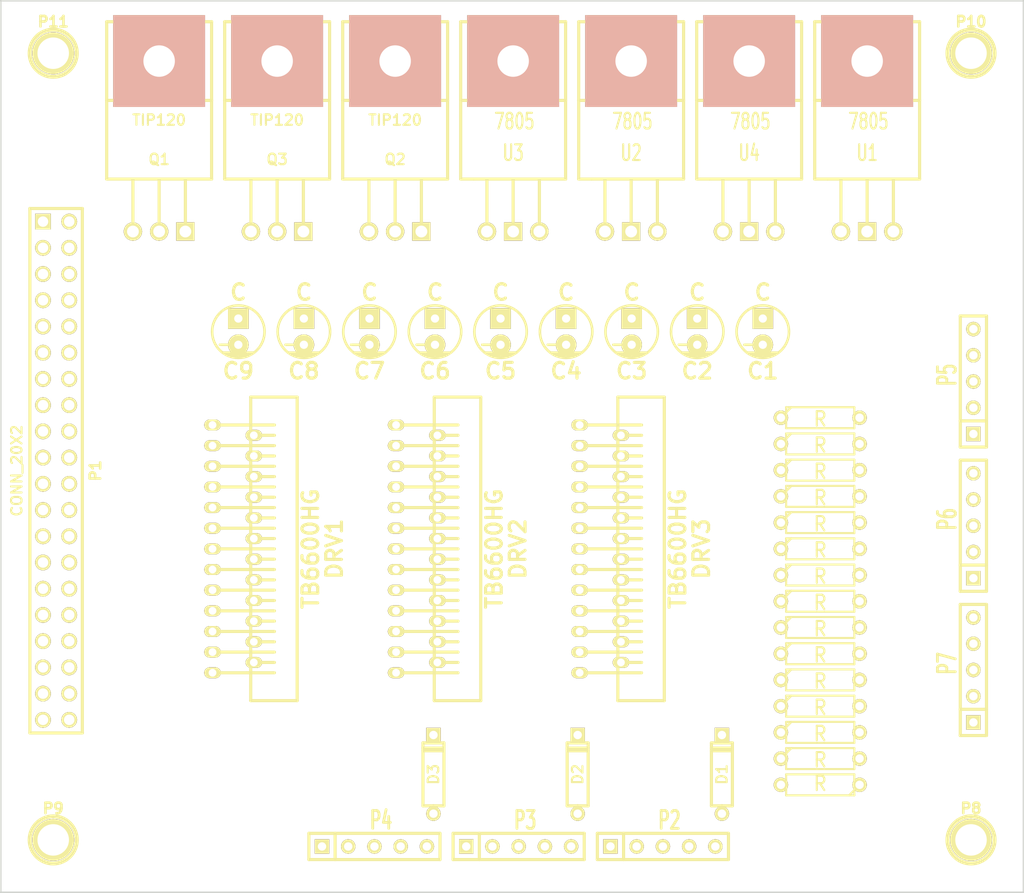
<source format=kicad_pcb>
(kicad_pcb (version 4) (host pcbnew 4.0.2-stable)

  (general
    (links 146)
    (no_connects 146)
    (area 0 0 0 0)
    (thickness 1.6)
    (drawings 4)
    (tracks 0)
    (zones 0)
    (modules 48)
    (nets 67)
  )

  (page A4)
  (layers
    (0 F.Cu signal)
    (31 B.Cu signal)
    (32 B.Adhes user)
    (33 F.Adhes user)
    (34 B.Paste user)
    (35 F.Paste user)
    (36 B.SilkS user)
    (37 F.SilkS user)
    (38 B.Mask user)
    (39 F.Mask user)
    (40 Dwgs.User user)
    (41 Cmts.User user)
    (42 Eco1.User user)
    (43 Eco2.User user)
    (44 Edge.Cuts user)
    (45 Margin user)
    (46 B.CrtYd user)
    (47 F.CrtYd user)
    (48 B.Fab user)
    (49 F.Fab user)
  )

  (setup
    (last_trace_width 0.25)
    (trace_clearance 0.2)
    (zone_clearance 0.508)
    (zone_45_only no)
    (trace_min 0.2)
    (segment_width 0.2)
    (edge_width 0.15)
    (via_size 0.6)
    (via_drill 0.4)
    (via_min_size 0.4)
    (via_min_drill 0.3)
    (uvia_size 0.3)
    (uvia_drill 0.1)
    (uvias_allowed no)
    (uvia_min_size 0.2)
    (uvia_min_drill 0.1)
    (pcb_text_width 0.3)
    (pcb_text_size 1.5 1.5)
    (mod_edge_width 0.15)
    (mod_text_size 1 1)
    (mod_text_width 0.15)
    (pad_size 1.524 1.524)
    (pad_drill 0.762)
    (pad_to_mask_clearance 0.2)
    (aux_axis_origin 0 0)
    (visible_elements FFFFF77F)
    (pcbplotparams
      (layerselection 0x00030_80000001)
      (usegerberextensions false)
      (excludeedgelayer true)
      (linewidth 0.100000)
      (plotframeref false)
      (viasonmask false)
      (mode 1)
      (useauxorigin false)
      (hpglpennumber 1)
      (hpglpenspeed 20)
      (hpglpendiameter 15)
      (hpglpenoverlay 2)
      (psnegative false)
      (psa4output false)
      (plotreference true)
      (plotvalue true)
      (plotinvisibletext false)
      (padsonsilk false)
      (subtractmaskfromsilk false)
      (outputformat 1)
      (mirror false)
      (drillshape 1)
      (scaleselection 1)
      (outputdirectory ""))
  )

  (net 0 "")
  (net 1 VCC)
  (net 2 GND)
  (net 3 +5V)
  (net 4 "Net-(C7-Pad2)")
  (net 5 "Net-(C8-Pad2)")
  (net 6 "Net-(C9-Pad2)")
  (net 7 /X_VIN)
  (net 8 /Y_VIN)
  (net 9 /Z_VIN)
  (net 10 "Net-(DRV1-Pad15)")
  (net 11 "Net-(DRV1-Pad3)")
  (net 12 /X_M1)
  (net 13 /X_M2)
  (net 14 /X_M3)
  (net 15 /OUT2B_X)
  (net 16 "Net-(DRV1-Pad11)")
  (net 17 /OUT1B_X)
  (net 18 /OUT2A_X)
  (net 19 /OUT1A_X)
  (net 20 /X_ENABLE)
  (net 21 /X_RESET)
  (net 22 /X_STEP)
  (net 23 /X_DIR)
  (net 24 "Net-(DRV1-Pad23)")
  (net 25 "Net-(DRV2-Pad15)")
  (net 26 "Net-(DRV2-Pad3)")
  (net 27 /Y_M1)
  (net 28 /Y_M2)
  (net 29 /Y_M3)
  (net 30 /OUT2B_Y)
  (net 31 "Net-(DRV2-Pad11)")
  (net 32 /OUT1B_Y)
  (net 33 /OUT2A_Y)
  (net 34 /OUT1A_Y)
  (net 35 /Y_ENABLE)
  (net 36 /Y_RESET)
  (net 37 /Y_STEP)
  (net 38 /Y_DIR)
  (net 39 "Net-(DRV2-Pad23)")
  (net 40 "Net-(DRV3-Pad15)")
  (net 41 "Net-(DRV3-Pad3)")
  (net 42 /Z_M1)
  (net 43 /Z_M2)
  (net 44 /Z_M3)
  (net 45 /OUT2B_Z)
  (net 46 "Net-(DRV3-Pad11)")
  (net 47 /OUT1B_Z)
  (net 48 /OUT2A_Z)
  (net 49 /OUT1A_Z)
  (net 50 /Z_ENABLE)
  (net 51 /Z_RESET)
  (net 52 /Z_STEP)
  (net 53 /Z_DIR)
  (net 54 "Net-(DRV3-Pad23)")
  (net 55 /SWITCH1)
  (net 56 /AUX1_BASE)
  (net 57 /AUX2_BASE)
  (net 58 /SWITCH2)
  (net 59 /SWITCH3)
  (net 60 /AUX3_BASE)
  (net 61 /AUX1)
  (net 62 /AUX2)
  (net 63 /AUX3)
  (net 64 "Net-(Q1-Pad1)")
  (net 65 "Net-(Q2-Pad1)")
  (net 66 "Net-(Q3-Pad1)")

  (net_class Default "This is the default net class."
    (clearance 0.2)
    (trace_width 0.25)
    (via_dia 0.6)
    (via_drill 0.4)
    (uvia_dia 0.3)
    (uvia_drill 0.1)
    (add_net +5V)
    (add_net /AUX1)
    (add_net /AUX1_BASE)
    (add_net /AUX2)
    (add_net /AUX2_BASE)
    (add_net /AUX3)
    (add_net /AUX3_BASE)
    (add_net /OUT1A_X)
    (add_net /OUT1A_Y)
    (add_net /OUT1A_Z)
    (add_net /OUT1B_X)
    (add_net /OUT1B_Y)
    (add_net /OUT1B_Z)
    (add_net /OUT2A_X)
    (add_net /OUT2A_Y)
    (add_net /OUT2A_Z)
    (add_net /OUT2B_X)
    (add_net /OUT2B_Y)
    (add_net /OUT2B_Z)
    (add_net /SWITCH1)
    (add_net /SWITCH2)
    (add_net /SWITCH3)
    (add_net /X_DIR)
    (add_net /X_ENABLE)
    (add_net /X_M1)
    (add_net /X_M2)
    (add_net /X_M3)
    (add_net /X_RESET)
    (add_net /X_STEP)
    (add_net /X_VIN)
    (add_net /Y_DIR)
    (add_net /Y_ENABLE)
    (add_net /Y_M1)
    (add_net /Y_M2)
    (add_net /Y_M3)
    (add_net /Y_RESET)
    (add_net /Y_STEP)
    (add_net /Y_VIN)
    (add_net /Z_DIR)
    (add_net /Z_ENABLE)
    (add_net /Z_M1)
    (add_net /Z_M2)
    (add_net /Z_M3)
    (add_net /Z_RESET)
    (add_net /Z_STEP)
    (add_net /Z_VIN)
    (add_net GND)
    (add_net "Net-(C7-Pad2)")
    (add_net "Net-(C8-Pad2)")
    (add_net "Net-(C9-Pad2)")
    (add_net "Net-(DRV1-Pad11)")
    (add_net "Net-(DRV1-Pad15)")
    (add_net "Net-(DRV1-Pad23)")
    (add_net "Net-(DRV1-Pad3)")
    (add_net "Net-(DRV2-Pad11)")
    (add_net "Net-(DRV2-Pad15)")
    (add_net "Net-(DRV2-Pad23)")
    (add_net "Net-(DRV2-Pad3)")
    (add_net "Net-(DRV3-Pad11)")
    (add_net "Net-(DRV3-Pad15)")
    (add_net "Net-(DRV3-Pad23)")
    (add_net "Net-(DRV3-Pad3)")
    (add_net "Net-(Q1-Pad1)")
    (add_net "Net-(Q2-Pad1)")
    (add_net "Net-(Q3-Pad1)")
    (add_net VCC)
  )

  (module capacitors:CP_5x11mm (layer F.Cu) (tedit 4B90D672) (tstamp 575C4CE9)
    (at 170.33 77.77 180)
    (descr "Capacitor, pol, cyl 5x11mm")
    (path /575C25C9)
    (fp_text reference C1 (at 0 -3.81 180) (layer F.SilkS)
      (effects (font (thickness 0.3048)))
    )
    (fp_text value C (at 0 3.81 180) (layer F.SilkS)
      (effects (font (thickness 0.3048)))
    )
    (fp_line (start 0.889 -1.27) (end 1.778 -1.27) (layer F.SilkS) (width 0.254))
    (fp_line (start 1.016 -2.286) (end -1.016 -2.286) (layer F.SilkS) (width 0.254))
    (fp_line (start -1.016 -2.286) (end -1.016 -2.159) (layer F.SilkS) (width 0.254))
    (fp_line (start -1.016 -2.159) (end 1.016 -2.159) (layer F.SilkS) (width 0.254))
    (fp_line (start -1.524 -2.032) (end 1.524 -2.032) (layer F.SilkS) (width 0.254))
    (fp_circle (center 0 0) (end -2.54 0) (layer F.SilkS) (width 0.254))
    (pad 1 thru_hole rect (at 0 1.27 180) (size 1.99898 1.99898) (drill 0.8001) (layers *.Cu *.Mask F.SilkS)
      (net 1 VCC))
    (pad 2 thru_hole circle (at 0 -1.27 180) (size 1.99898 1.99898) (drill 0.8001) (layers *.Cu *.Mask F.SilkS)
      (net 2 GND))
    (model discret/capacitor/cp_5x11mm.wrl
      (at (xyz 0 0 0))
      (scale (xyz 1 1 1))
      (rotate (xyz 0 0 0))
    )
  )

  (module capacitors:CP_5x11mm (layer F.Cu) (tedit 4B90D672) (tstamp 575C4CEF)
    (at 163.98 77.77 180)
    (descr "Capacitor, pol, cyl 5x11mm")
    (path /575C2741)
    (fp_text reference C2 (at 0 -3.81 180) (layer F.SilkS)
      (effects (font (thickness 0.3048)))
    )
    (fp_text value C (at 0 3.81 180) (layer F.SilkS)
      (effects (font (thickness 0.3048)))
    )
    (fp_line (start 0.889 -1.27) (end 1.778 -1.27) (layer F.SilkS) (width 0.254))
    (fp_line (start 1.016 -2.286) (end -1.016 -2.286) (layer F.SilkS) (width 0.254))
    (fp_line (start -1.016 -2.286) (end -1.016 -2.159) (layer F.SilkS) (width 0.254))
    (fp_line (start -1.016 -2.159) (end 1.016 -2.159) (layer F.SilkS) (width 0.254))
    (fp_line (start -1.524 -2.032) (end 1.524 -2.032) (layer F.SilkS) (width 0.254))
    (fp_circle (center 0 0) (end -2.54 0) (layer F.SilkS) (width 0.254))
    (pad 1 thru_hole rect (at 0 1.27 180) (size 1.99898 1.99898) (drill 0.8001) (layers *.Cu *.Mask F.SilkS)
      (net 1 VCC))
    (pad 2 thru_hole circle (at 0 -1.27 180) (size 1.99898 1.99898) (drill 0.8001) (layers *.Cu *.Mask F.SilkS)
      (net 2 GND))
    (model discret/capacitor/cp_5x11mm.wrl
      (at (xyz 0 0 0))
      (scale (xyz 1 1 1))
      (rotate (xyz 0 0 0))
    )
  )

  (module capacitors:CP_5x11mm (layer F.Cu) (tedit 4B90D672) (tstamp 575C4CF5)
    (at 157.63 77.77 180)
    (descr "Capacitor, pol, cyl 5x11mm")
    (path /575C2784)
    (fp_text reference C3 (at 0 -3.81 180) (layer F.SilkS)
      (effects (font (thickness 0.3048)))
    )
    (fp_text value C (at 0 3.81 180) (layer F.SilkS)
      (effects (font (thickness 0.3048)))
    )
    (fp_line (start 0.889 -1.27) (end 1.778 -1.27) (layer F.SilkS) (width 0.254))
    (fp_line (start 1.016 -2.286) (end -1.016 -2.286) (layer F.SilkS) (width 0.254))
    (fp_line (start -1.016 -2.286) (end -1.016 -2.159) (layer F.SilkS) (width 0.254))
    (fp_line (start -1.016 -2.159) (end 1.016 -2.159) (layer F.SilkS) (width 0.254))
    (fp_line (start -1.524 -2.032) (end 1.524 -2.032) (layer F.SilkS) (width 0.254))
    (fp_circle (center 0 0) (end -2.54 0) (layer F.SilkS) (width 0.254))
    (pad 1 thru_hole rect (at 0 1.27 180) (size 1.99898 1.99898) (drill 0.8001) (layers *.Cu *.Mask F.SilkS)
      (net 1 VCC))
    (pad 2 thru_hole circle (at 0 -1.27 180) (size 1.99898 1.99898) (drill 0.8001) (layers *.Cu *.Mask F.SilkS)
      (net 2 GND))
    (model discret/capacitor/cp_5x11mm.wrl
      (at (xyz 0 0 0))
      (scale (xyz 1 1 1))
      (rotate (xyz 0 0 0))
    )
  )

  (module capacitors:CP_5x11mm (layer F.Cu) (tedit 4B90D672) (tstamp 575C4CFB)
    (at 151.28 77.77 180)
    (descr "Capacitor, pol, cyl 5x11mm")
    (path /575C2530)
    (fp_text reference C4 (at 0 -3.81 180) (layer F.SilkS)
      (effects (font (thickness 0.3048)))
    )
    (fp_text value C (at 0 3.81 180) (layer F.SilkS)
      (effects (font (thickness 0.3048)))
    )
    (fp_line (start 0.889 -1.27) (end 1.778 -1.27) (layer F.SilkS) (width 0.254))
    (fp_line (start 1.016 -2.286) (end -1.016 -2.286) (layer F.SilkS) (width 0.254))
    (fp_line (start -1.016 -2.286) (end -1.016 -2.159) (layer F.SilkS) (width 0.254))
    (fp_line (start -1.016 -2.159) (end 1.016 -2.159) (layer F.SilkS) (width 0.254))
    (fp_line (start -1.524 -2.032) (end 1.524 -2.032) (layer F.SilkS) (width 0.254))
    (fp_circle (center 0 0) (end -2.54 0) (layer F.SilkS) (width 0.254))
    (pad 1 thru_hole rect (at 0 1.27 180) (size 1.99898 1.99898) (drill 0.8001) (layers *.Cu *.Mask F.SilkS)
      (net 2 GND))
    (pad 2 thru_hole circle (at 0 -1.27 180) (size 1.99898 1.99898) (drill 0.8001) (layers *.Cu *.Mask F.SilkS)
      (net 3 +5V))
    (model discret/capacitor/cp_5x11mm.wrl
      (at (xyz 0 0 0))
      (scale (xyz 1 1 1))
      (rotate (xyz 0 0 0))
    )
  )

  (module capacitors:CP_5x11mm (layer F.Cu) (tedit 4B90D672) (tstamp 575C4D01)
    (at 144.93 77.77 180)
    (descr "Capacitor, pol, cyl 5x11mm")
    (path /575C26C5)
    (fp_text reference C5 (at 0 -3.81 180) (layer F.SilkS)
      (effects (font (thickness 0.3048)))
    )
    (fp_text value C (at 0 3.81 180) (layer F.SilkS)
      (effects (font (thickness 0.3048)))
    )
    (fp_line (start 0.889 -1.27) (end 1.778 -1.27) (layer F.SilkS) (width 0.254))
    (fp_line (start 1.016 -2.286) (end -1.016 -2.286) (layer F.SilkS) (width 0.254))
    (fp_line (start -1.016 -2.286) (end -1.016 -2.159) (layer F.SilkS) (width 0.254))
    (fp_line (start -1.016 -2.159) (end 1.016 -2.159) (layer F.SilkS) (width 0.254))
    (fp_line (start -1.524 -2.032) (end 1.524 -2.032) (layer F.SilkS) (width 0.254))
    (fp_circle (center 0 0) (end -2.54 0) (layer F.SilkS) (width 0.254))
    (pad 1 thru_hole rect (at 0 1.27 180) (size 1.99898 1.99898) (drill 0.8001) (layers *.Cu *.Mask F.SilkS)
      (net 2 GND))
    (pad 2 thru_hole circle (at 0 -1.27 180) (size 1.99898 1.99898) (drill 0.8001) (layers *.Cu *.Mask F.SilkS)
      (net 3 +5V))
    (model discret/capacitor/cp_5x11mm.wrl
      (at (xyz 0 0 0))
      (scale (xyz 1 1 1))
      (rotate (xyz 0 0 0))
    )
  )

  (module capacitors:CP_5x11mm (layer F.Cu) (tedit 4B90D672) (tstamp 575C4D07)
    (at 138.58 77.77 180)
    (descr "Capacitor, pol, cyl 5x11mm")
    (path /575C27D2)
    (fp_text reference C6 (at 0 -3.81 180) (layer F.SilkS)
      (effects (font (thickness 0.3048)))
    )
    (fp_text value C (at 0 3.81 180) (layer F.SilkS)
      (effects (font (thickness 0.3048)))
    )
    (fp_line (start 0.889 -1.27) (end 1.778 -1.27) (layer F.SilkS) (width 0.254))
    (fp_line (start 1.016 -2.286) (end -1.016 -2.286) (layer F.SilkS) (width 0.254))
    (fp_line (start -1.016 -2.286) (end -1.016 -2.159) (layer F.SilkS) (width 0.254))
    (fp_line (start -1.016 -2.159) (end 1.016 -2.159) (layer F.SilkS) (width 0.254))
    (fp_line (start -1.524 -2.032) (end 1.524 -2.032) (layer F.SilkS) (width 0.254))
    (fp_circle (center 0 0) (end -2.54 0) (layer F.SilkS) (width 0.254))
    (pad 1 thru_hole rect (at 0 1.27 180) (size 1.99898 1.99898) (drill 0.8001) (layers *.Cu *.Mask F.SilkS)
      (net 2 GND))
    (pad 2 thru_hole circle (at 0 -1.27 180) (size 1.99898 1.99898) (drill 0.8001) (layers *.Cu *.Mask F.SilkS)
      (net 3 +5V))
    (model discret/capacitor/cp_5x11mm.wrl
      (at (xyz 0 0 0))
      (scale (xyz 1 1 1))
      (rotate (xyz 0 0 0))
    )
  )

  (module capacitors:CP_5x11mm (layer F.Cu) (tedit 4B90D672) (tstamp 575C4D0D)
    (at 132.23 77.77 180)
    (descr "Capacitor, pol, cyl 5x11mm")
    (path /575CB908)
    (fp_text reference C7 (at 0 -3.81 180) (layer F.SilkS)
      (effects (font (thickness 0.3048)))
    )
    (fp_text value C (at 0 3.81 180) (layer F.SilkS)
      (effects (font (thickness 0.3048)))
    )
    (fp_line (start 0.889 -1.27) (end 1.778 -1.27) (layer F.SilkS) (width 0.254))
    (fp_line (start 1.016 -2.286) (end -1.016 -2.286) (layer F.SilkS) (width 0.254))
    (fp_line (start -1.016 -2.286) (end -1.016 -2.159) (layer F.SilkS) (width 0.254))
    (fp_line (start -1.016 -2.159) (end 1.016 -2.159) (layer F.SilkS) (width 0.254))
    (fp_line (start -1.524 -2.032) (end 1.524 -2.032) (layer F.SilkS) (width 0.254))
    (fp_circle (center 0 0) (end -2.54 0) (layer F.SilkS) (width 0.254))
    (pad 1 thru_hole rect (at 0 1.27 180) (size 1.99898 1.99898) (drill 0.8001) (layers *.Cu *.Mask F.SilkS)
      (net 2 GND))
    (pad 2 thru_hole circle (at 0 -1.27 180) (size 1.99898 1.99898) (drill 0.8001) (layers *.Cu *.Mask F.SilkS)
      (net 4 "Net-(C7-Pad2)"))
    (model discret/capacitor/cp_5x11mm.wrl
      (at (xyz 0 0 0))
      (scale (xyz 1 1 1))
      (rotate (xyz 0 0 0))
    )
  )

  (module capacitors:CP_5x11mm (layer F.Cu) (tedit 4B90D672) (tstamp 575C4D13)
    (at 125.88 77.77 180)
    (descr "Capacitor, pol, cyl 5x11mm")
    (path /575CE7C0)
    (fp_text reference C8 (at 0 -3.81 180) (layer F.SilkS)
      (effects (font (thickness 0.3048)))
    )
    (fp_text value C (at 0 3.81 180) (layer F.SilkS)
      (effects (font (thickness 0.3048)))
    )
    (fp_line (start 0.889 -1.27) (end 1.778 -1.27) (layer F.SilkS) (width 0.254))
    (fp_line (start 1.016 -2.286) (end -1.016 -2.286) (layer F.SilkS) (width 0.254))
    (fp_line (start -1.016 -2.286) (end -1.016 -2.159) (layer F.SilkS) (width 0.254))
    (fp_line (start -1.016 -2.159) (end 1.016 -2.159) (layer F.SilkS) (width 0.254))
    (fp_line (start -1.524 -2.032) (end 1.524 -2.032) (layer F.SilkS) (width 0.254))
    (fp_circle (center 0 0) (end -2.54 0) (layer F.SilkS) (width 0.254))
    (pad 1 thru_hole rect (at 0 1.27 180) (size 1.99898 1.99898) (drill 0.8001) (layers *.Cu *.Mask F.SilkS)
      (net 2 GND))
    (pad 2 thru_hole circle (at 0 -1.27 180) (size 1.99898 1.99898) (drill 0.8001) (layers *.Cu *.Mask F.SilkS)
      (net 5 "Net-(C8-Pad2)"))
    (model discret/capacitor/cp_5x11mm.wrl
      (at (xyz 0 0 0))
      (scale (xyz 1 1 1))
      (rotate (xyz 0 0 0))
    )
  )

  (module capacitors:CP_5x11mm (layer F.Cu) (tedit 4B90D672) (tstamp 575C4D19)
    (at 119.53 77.77 180)
    (descr "Capacitor, pol, cyl 5x11mm")
    (path /575DBB28)
    (fp_text reference C9 (at 0 -3.81 180) (layer F.SilkS)
      (effects (font (thickness 0.3048)))
    )
    (fp_text value C (at 0 3.81 180) (layer F.SilkS)
      (effects (font (thickness 0.3048)))
    )
    (fp_line (start 0.889 -1.27) (end 1.778 -1.27) (layer F.SilkS) (width 0.254))
    (fp_line (start 1.016 -2.286) (end -1.016 -2.286) (layer F.SilkS) (width 0.254))
    (fp_line (start -1.016 -2.286) (end -1.016 -2.159) (layer F.SilkS) (width 0.254))
    (fp_line (start -1.016 -2.159) (end 1.016 -2.159) (layer F.SilkS) (width 0.254))
    (fp_line (start -1.524 -2.032) (end 1.524 -2.032) (layer F.SilkS) (width 0.254))
    (fp_circle (center 0 0) (end -2.54 0) (layer F.SilkS) (width 0.254))
    (pad 1 thru_hole rect (at 0 1.27 180) (size 1.99898 1.99898) (drill 0.8001) (layers *.Cu *.Mask F.SilkS)
      (net 2 GND))
    (pad 2 thru_hole circle (at 0 -1.27 180) (size 1.99898 1.99898) (drill 0.8001) (layers *.Cu *.Mask F.SilkS)
      (net 6 "Net-(C9-Pad2)"))
    (model discret/capacitor/cp_5x11mm.wrl
      (at (xyz 0 0 0))
      (scale (xyz 1 1 1))
      (rotate (xyz 0 0 0))
    )
  )

  (module discret:D3 (layer F.Cu) (tedit 200000) (tstamp 575C4D1F)
    (at 166.37 120.65 90)
    (descr "Diode 3 pas")
    (tags "DIODE DEV")
    (path /575C79A3)
    (fp_text reference D1 (at 0 0 90) (layer F.SilkS)
      (effects (font (size 1.016 1.016) (thickness 0.2032)))
    )
    (fp_text value DIODE (at 0 0 90) (layer F.SilkS) hide
      (effects (font (size 1.016 1.016) (thickness 0.2032)))
    )
    (fp_line (start 3.81 0) (end 3.048 0) (layer F.SilkS) (width 0.3048))
    (fp_line (start 3.048 0) (end 3.048 -1.016) (layer F.SilkS) (width 0.3048))
    (fp_line (start 3.048 -1.016) (end -3.048 -1.016) (layer F.SilkS) (width 0.3048))
    (fp_line (start -3.048 -1.016) (end -3.048 0) (layer F.SilkS) (width 0.3048))
    (fp_line (start -3.048 0) (end -3.81 0) (layer F.SilkS) (width 0.3048))
    (fp_line (start -3.048 0) (end -3.048 1.016) (layer F.SilkS) (width 0.3048))
    (fp_line (start -3.048 1.016) (end 3.048 1.016) (layer F.SilkS) (width 0.3048))
    (fp_line (start 3.048 1.016) (end 3.048 0) (layer F.SilkS) (width 0.3048))
    (fp_line (start 2.54 -1.016) (end 2.54 1.016) (layer F.SilkS) (width 0.3048))
    (fp_line (start 2.286 1.016) (end 2.286 -1.016) (layer F.SilkS) (width 0.3048))
    (pad 2 thru_hole rect (at 3.81 0 90) (size 1.397 1.397) (drill 0.8128) (layers *.Cu *.Mask F.SilkS)
      (net 1 VCC))
    (pad 1 thru_hole circle (at -3.81 0 90) (size 1.397 1.397) (drill 0.8128) (layers *.Cu *.Mask F.SilkS)
      (net 7 /X_VIN))
    (model discret/diode.wrl
      (at (xyz 0 0 0))
      (scale (xyz 0.3 0.3 0.3))
      (rotate (xyz 0 0 0))
    )
  )

  (module discret:D3 (layer F.Cu) (tedit 200000) (tstamp 575C4D25)
    (at 152.4 120.65 90)
    (descr "Diode 3 pas")
    (tags "DIODE DEV")
    (path /575C7A30)
    (fp_text reference D2 (at 0 0 90) (layer F.SilkS)
      (effects (font (size 1.016 1.016) (thickness 0.2032)))
    )
    (fp_text value DIODE (at 0 0 90) (layer F.SilkS) hide
      (effects (font (size 1.016 1.016) (thickness 0.2032)))
    )
    (fp_line (start 3.81 0) (end 3.048 0) (layer F.SilkS) (width 0.3048))
    (fp_line (start 3.048 0) (end 3.048 -1.016) (layer F.SilkS) (width 0.3048))
    (fp_line (start 3.048 -1.016) (end -3.048 -1.016) (layer F.SilkS) (width 0.3048))
    (fp_line (start -3.048 -1.016) (end -3.048 0) (layer F.SilkS) (width 0.3048))
    (fp_line (start -3.048 0) (end -3.81 0) (layer F.SilkS) (width 0.3048))
    (fp_line (start -3.048 0) (end -3.048 1.016) (layer F.SilkS) (width 0.3048))
    (fp_line (start -3.048 1.016) (end 3.048 1.016) (layer F.SilkS) (width 0.3048))
    (fp_line (start 3.048 1.016) (end 3.048 0) (layer F.SilkS) (width 0.3048))
    (fp_line (start 2.54 -1.016) (end 2.54 1.016) (layer F.SilkS) (width 0.3048))
    (fp_line (start 2.286 1.016) (end 2.286 -1.016) (layer F.SilkS) (width 0.3048))
    (pad 2 thru_hole rect (at 3.81 0 90) (size 1.397 1.397) (drill 0.8128) (layers *.Cu *.Mask F.SilkS)
      (net 1 VCC))
    (pad 1 thru_hole circle (at -3.81 0 90) (size 1.397 1.397) (drill 0.8128) (layers *.Cu *.Mask F.SilkS)
      (net 8 /Y_VIN))
    (model discret/diode.wrl
      (at (xyz 0 0 0))
      (scale (xyz 0.3 0.3 0.3))
      (rotate (xyz 0 0 0))
    )
  )

  (module discret:D3 (layer F.Cu) (tedit 200000) (tstamp 575C4D2B)
    (at 138.43 120.65 90)
    (descr "Diode 3 pas")
    (tags "DIODE DEV")
    (path /575D04D9)
    (fp_text reference D3 (at 0 0 90) (layer F.SilkS)
      (effects (font (size 1.016 1.016) (thickness 0.2032)))
    )
    (fp_text value DIODE (at 0 0 90) (layer F.SilkS) hide
      (effects (font (size 1.016 1.016) (thickness 0.2032)))
    )
    (fp_line (start 3.81 0) (end 3.048 0) (layer F.SilkS) (width 0.3048))
    (fp_line (start 3.048 0) (end 3.048 -1.016) (layer F.SilkS) (width 0.3048))
    (fp_line (start 3.048 -1.016) (end -3.048 -1.016) (layer F.SilkS) (width 0.3048))
    (fp_line (start -3.048 -1.016) (end -3.048 0) (layer F.SilkS) (width 0.3048))
    (fp_line (start -3.048 0) (end -3.81 0) (layer F.SilkS) (width 0.3048))
    (fp_line (start -3.048 0) (end -3.048 1.016) (layer F.SilkS) (width 0.3048))
    (fp_line (start -3.048 1.016) (end 3.048 1.016) (layer F.SilkS) (width 0.3048))
    (fp_line (start 3.048 1.016) (end 3.048 0) (layer F.SilkS) (width 0.3048))
    (fp_line (start 2.54 -1.016) (end 2.54 1.016) (layer F.SilkS) (width 0.3048))
    (fp_line (start 2.286 1.016) (end 2.286 -1.016) (layer F.SilkS) (width 0.3048))
    (pad 2 thru_hole rect (at 3.81 0 90) (size 1.397 1.397) (drill 0.8128) (layers *.Cu *.Mask F.SilkS)
      (net 1 VCC))
    (pad 1 thru_hole circle (at -3.81 0 90) (size 1.397 1.397) (drill 0.8128) (layers *.Cu *.Mask F.SilkS)
      (net 9 /Z_VIN))
    (model discret/diode.wrl
      (at (xyz 0 0 0))
      (scale (xyz 0.3 0.3 0.3))
      (rotate (xyz 0 0 0))
    )
  )

  (module w_to:hzip25-100f (layer F.Cu) (tedit 0) (tstamp 575C4D48)
    (at 121.03 98.81 270)
    (descr HZIP25-1.00F)
    (path /575C3B9A)
    (fp_text reference DRV1 (at 0 -7.80034 270) (layer F.SilkS)
      (effects (font (thickness 0.3048)))
    )
    (fp_text value TB6600HG (at 0 -5.4991 270) (layer F.SilkS)
      (effects (font (thickness 0.3048)))
    )
    (fp_line (start 1 0) (end 1 -2) (layer F.SilkS) (width 0.3048))
    (fp_line (start 3 0) (end 3 -2) (layer F.SilkS) (width 0.3048))
    (fp_line (start 2 4) (end 2 -2) (layer F.SilkS) (width 0.3048))
    (fp_line (start 6 4) (end 6 -2) (layer F.SilkS) (width 0.3048))
    (fp_line (start 7 0) (end 7 -2) (layer F.SilkS) (width 0.3048))
    (fp_line (start 5 0) (end 5 -2) (layer F.SilkS) (width 0.3048))
    (fp_line (start 4 4) (end 4 -2) (layer F.SilkS) (width 0.3048))
    (fp_line (start 12 4) (end 12 -2) (layer F.SilkS) (width 0.3048))
    (fp_line (start 10 4) (end 10 -2) (layer F.SilkS) (width 0.3048))
    (fp_line (start 11 0) (end 11 -2) (layer F.SilkS) (width 0.3048))
    (fp_line (start 9 0) (end 9 -2) (layer F.SilkS) (width 0.3048))
    (fp_line (start 8 4) (end 8 -2) (layer F.SilkS) (width 0.3048))
    (fp_line (start -4 4) (end -4 -2) (layer F.SilkS) (width 0.3048))
    (fp_line (start -3 0) (end -3 -2) (layer F.SilkS) (width 0.3048))
    (fp_line (start -1 0) (end -1 -2) (layer F.SilkS) (width 0.3048))
    (fp_line (start -2 4) (end -2 -2) (layer F.SilkS) (width 0.3048))
    (fp_line (start 0 4) (end 0 -2) (layer F.SilkS) (width 0.3048))
    (fp_line (start -8 4) (end -8 -2) (layer F.SilkS) (width 0.3048))
    (fp_line (start -7 0) (end -7 -2) (layer F.SilkS) (width 0.3048))
    (fp_line (start -5 0) (end -5 -2) (layer F.SilkS) (width 0.3048))
    (fp_line (start -6 4) (end -6 -2) (layer F.SilkS) (width 0.3048))
    (fp_line (start -10 4) (end -10 -2) (layer F.SilkS) (width 0.3048))
    (fp_line (start -9 0) (end -9 -2) (layer F.SilkS) (width 0.3048))
    (fp_line (start -11 0) (end -11 -2) (layer F.SilkS) (width 0.3048))
    (fp_line (start -12 4) (end -12 -2) (layer F.SilkS) (width 0.3048))
    (fp_line (start -14.7 -4.2) (end 14.7 -4.2) (layer F.SilkS) (width 0.3048))
    (fp_line (start -14.7 -4.2) (end -14.7 0.3) (layer F.SilkS) (width 0.3048))
    (fp_line (start -14.7 0.3) (end 14.7 0.3) (layer F.SilkS) (width 0.3048))
    (fp_line (start 14.7 -4.2) (end 14.7 0.3) (layer F.SilkS) (width 0.3048))
    (pad 15 thru_hole oval (at 2 4 270) (size 1.06 1.6) (drill 0.75) (layers *.Cu *.Mask F.SilkS)
      (net 10 "Net-(DRV1-Pad15)"))
    (pad 1 thru_hole oval (at -12 4 270) (size 1.06 1.6) (drill 0.75) (layers *.Cu *.Mask F.SilkS))
    (pad 2 thru_hole oval (at -11 0 270) (size 1.06 1.6) (drill 0.75) (layers *.Cu *.Mask F.SilkS)
      (net 2 GND))
    (pad 3 thru_hole oval (at -10 4 270) (size 1.06 1.6) (drill 0.75) (layers *.Cu *.Mask F.SilkS)
      (net 11 "Net-(DRV1-Pad3)"))
    (pad 4 thru_hole oval (at -9 0 270) (size 1.06 1.6) (drill 0.75) (layers *.Cu *.Mask F.SilkS))
    (pad 5 thru_hole oval (at -8 4 270) (size 1.06 1.6) (drill 0.75) (layers *.Cu *.Mask F.SilkS)
      (net 7 /X_VIN))
    (pad 6 thru_hole oval (at -7 0 270) (size 1.06 1.6) (drill 0.75) (layers *.Cu *.Mask F.SilkS)
      (net 7 /X_VIN))
    (pad 7 thru_hole oval (at -6 4 270) (size 1.06 1.6) (drill 0.75) (layers *.Cu *.Mask F.SilkS)
      (net 12 /X_M1))
    (pad 8 thru_hole oval (at -5 0 270) (size 1.06 1.6) (drill 0.75) (layers *.Cu *.Mask F.SilkS)
      (net 13 /X_M2))
    (pad 9 thru_hole oval (at -4 4 270) (size 1.06 1.6) (drill 0.75) (layers *.Cu *.Mask F.SilkS)
      (net 14 /X_M3))
    (pad 10 thru_hole oval (at -3 0 270) (size 1.06 1.6) (drill 0.75) (layers *.Cu *.Mask F.SilkS)
      (net 15 /OUT2B_X))
    (pad 11 thru_hole oval (at -2 4 270) (size 1.06 1.6) (drill 0.75) (layers *.Cu *.Mask F.SilkS)
      (net 16 "Net-(DRV1-Pad11)"))
    (pad 12 thru_hole oval (at -1 0 270) (size 1.06 1.6) (drill 0.75) (layers *.Cu *.Mask F.SilkS)
      (net 17 /OUT1B_X))
    (pad 13 thru_hole oval (at 0 4 270) (size 1.06 1.6) (drill 0.75) (layers *.Cu *.Mask F.SilkS)
      (net 2 GND))
    (pad 14 thru_hole oval (at 1 0 270) (size 1.06 1.6) (drill 0.75) (layers *.Cu *.Mask F.SilkS)
      (net 18 /OUT2A_X))
    (pad 16 thru_hole oval (at 3 0 270) (size 1.06 1.6) (drill 0.75) (layers *.Cu *.Mask F.SilkS)
      (net 19 /OUT1A_X))
    (pad 17 thru_hole oval (at 4 4 270) (size 1.06 1.6) (drill 0.75) (layers *.Cu *.Mask F.SilkS)
      (net 2 GND))
    (pad 18 thru_hole oval (at 5 0 270) (size 1.06 1.6) (drill 0.75) (layers *.Cu *.Mask F.SilkS)
      (net 20 /X_ENABLE))
    (pad 19 thru_hole oval (at 6 4 270) (size 1.06 1.6) (drill 0.75) (layers *.Cu *.Mask F.SilkS)
      (net 21 /X_RESET))
    (pad 20 thru_hole oval (at 7 0 270) (size 1.06 1.6) (drill 0.75) (layers *.Cu *.Mask F.SilkS)
      (net 7 /X_VIN))
    (pad 21 thru_hole oval (at 8 4 270) (size 1.06 1.6) (drill 0.75) (layers *.Cu *.Mask F.SilkS)
      (net 22 /X_STEP))
    (pad 22 thru_hole oval (at 9 0 270) (size 1.06 1.6) (drill 0.75) (layers *.Cu *.Mask F.SilkS)
      (net 23 /X_DIR))
    (pad 23 thru_hole oval (at 10 4 270) (size 1.06 1.6) (drill 0.75) (layers *.Cu *.Mask F.SilkS)
      (net 24 "Net-(DRV1-Pad23)"))
    (pad 24 thru_hole oval (at 11 0 270) (size 1.06 1.6) (drill 0.75) (layers *.Cu *.Mask F.SilkS)
      (net 4 "Net-(C7-Pad2)"))
    (pad 25 thru_hole oval (at 12 4 270) (size 1.06 1.6) (drill 0.75) (layers *.Cu *.Mask F.SilkS))
    (model walter/to/hzip25-100f.wrl
      (at (xyz 0 0 0))
      (scale (xyz 1 1 1))
      (rotate (xyz 0 0 0))
    )
  )

  (module w_to:hzip25-100f (layer F.Cu) (tedit 0) (tstamp 575C4D65)
    (at 138.81 98.81 270)
    (descr HZIP25-1.00F)
    (path /575CE799)
    (fp_text reference DRV2 (at 0 -7.80034 270) (layer F.SilkS)
      (effects (font (thickness 0.3048)))
    )
    (fp_text value TB6600HG (at 0 -5.4991 270) (layer F.SilkS)
      (effects (font (thickness 0.3048)))
    )
    (fp_line (start 1 0) (end 1 -2) (layer F.SilkS) (width 0.3048))
    (fp_line (start 3 0) (end 3 -2) (layer F.SilkS) (width 0.3048))
    (fp_line (start 2 4) (end 2 -2) (layer F.SilkS) (width 0.3048))
    (fp_line (start 6 4) (end 6 -2) (layer F.SilkS) (width 0.3048))
    (fp_line (start 7 0) (end 7 -2) (layer F.SilkS) (width 0.3048))
    (fp_line (start 5 0) (end 5 -2) (layer F.SilkS) (width 0.3048))
    (fp_line (start 4 4) (end 4 -2) (layer F.SilkS) (width 0.3048))
    (fp_line (start 12 4) (end 12 -2) (layer F.SilkS) (width 0.3048))
    (fp_line (start 10 4) (end 10 -2) (layer F.SilkS) (width 0.3048))
    (fp_line (start 11 0) (end 11 -2) (layer F.SilkS) (width 0.3048))
    (fp_line (start 9 0) (end 9 -2) (layer F.SilkS) (width 0.3048))
    (fp_line (start 8 4) (end 8 -2) (layer F.SilkS) (width 0.3048))
    (fp_line (start -4 4) (end -4 -2) (layer F.SilkS) (width 0.3048))
    (fp_line (start -3 0) (end -3 -2) (layer F.SilkS) (width 0.3048))
    (fp_line (start -1 0) (end -1 -2) (layer F.SilkS) (width 0.3048))
    (fp_line (start -2 4) (end -2 -2) (layer F.SilkS) (width 0.3048))
    (fp_line (start 0 4) (end 0 -2) (layer F.SilkS) (width 0.3048))
    (fp_line (start -8 4) (end -8 -2) (layer F.SilkS) (width 0.3048))
    (fp_line (start -7 0) (end -7 -2) (layer F.SilkS) (width 0.3048))
    (fp_line (start -5 0) (end -5 -2) (layer F.SilkS) (width 0.3048))
    (fp_line (start -6 4) (end -6 -2) (layer F.SilkS) (width 0.3048))
    (fp_line (start -10 4) (end -10 -2) (layer F.SilkS) (width 0.3048))
    (fp_line (start -9 0) (end -9 -2) (layer F.SilkS) (width 0.3048))
    (fp_line (start -11 0) (end -11 -2) (layer F.SilkS) (width 0.3048))
    (fp_line (start -12 4) (end -12 -2) (layer F.SilkS) (width 0.3048))
    (fp_line (start -14.7 -4.2) (end 14.7 -4.2) (layer F.SilkS) (width 0.3048))
    (fp_line (start -14.7 -4.2) (end -14.7 0.3) (layer F.SilkS) (width 0.3048))
    (fp_line (start -14.7 0.3) (end 14.7 0.3) (layer F.SilkS) (width 0.3048))
    (fp_line (start 14.7 -4.2) (end 14.7 0.3) (layer F.SilkS) (width 0.3048))
    (pad 15 thru_hole oval (at 2 4 270) (size 1.06 1.6) (drill 0.75) (layers *.Cu *.Mask F.SilkS)
      (net 25 "Net-(DRV2-Pad15)"))
    (pad 1 thru_hole oval (at -12 4 270) (size 1.06 1.6) (drill 0.75) (layers *.Cu *.Mask F.SilkS))
    (pad 2 thru_hole oval (at -11 0 270) (size 1.06 1.6) (drill 0.75) (layers *.Cu *.Mask F.SilkS)
      (net 2 GND))
    (pad 3 thru_hole oval (at -10 4 270) (size 1.06 1.6) (drill 0.75) (layers *.Cu *.Mask F.SilkS)
      (net 26 "Net-(DRV2-Pad3)"))
    (pad 4 thru_hole oval (at -9 0 270) (size 1.06 1.6) (drill 0.75) (layers *.Cu *.Mask F.SilkS))
    (pad 5 thru_hole oval (at -8 4 270) (size 1.06 1.6) (drill 0.75) (layers *.Cu *.Mask F.SilkS)
      (net 8 /Y_VIN))
    (pad 6 thru_hole oval (at -7 0 270) (size 1.06 1.6) (drill 0.75) (layers *.Cu *.Mask F.SilkS)
      (net 8 /Y_VIN))
    (pad 7 thru_hole oval (at -6 4 270) (size 1.06 1.6) (drill 0.75) (layers *.Cu *.Mask F.SilkS)
      (net 27 /Y_M1))
    (pad 8 thru_hole oval (at -5 0 270) (size 1.06 1.6) (drill 0.75) (layers *.Cu *.Mask F.SilkS)
      (net 28 /Y_M2))
    (pad 9 thru_hole oval (at -4 4 270) (size 1.06 1.6) (drill 0.75) (layers *.Cu *.Mask F.SilkS)
      (net 29 /Y_M3))
    (pad 10 thru_hole oval (at -3 0 270) (size 1.06 1.6) (drill 0.75) (layers *.Cu *.Mask F.SilkS)
      (net 30 /OUT2B_Y))
    (pad 11 thru_hole oval (at -2 4 270) (size 1.06 1.6) (drill 0.75) (layers *.Cu *.Mask F.SilkS)
      (net 31 "Net-(DRV2-Pad11)"))
    (pad 12 thru_hole oval (at -1 0 270) (size 1.06 1.6) (drill 0.75) (layers *.Cu *.Mask F.SilkS)
      (net 32 /OUT1B_Y))
    (pad 13 thru_hole oval (at 0 4 270) (size 1.06 1.6) (drill 0.75) (layers *.Cu *.Mask F.SilkS)
      (net 2 GND))
    (pad 14 thru_hole oval (at 1 0 270) (size 1.06 1.6) (drill 0.75) (layers *.Cu *.Mask F.SilkS)
      (net 33 /OUT2A_Y))
    (pad 16 thru_hole oval (at 3 0 270) (size 1.06 1.6) (drill 0.75) (layers *.Cu *.Mask F.SilkS)
      (net 34 /OUT1A_Y))
    (pad 17 thru_hole oval (at 4 4 270) (size 1.06 1.6) (drill 0.75) (layers *.Cu *.Mask F.SilkS)
      (net 2 GND))
    (pad 18 thru_hole oval (at 5 0 270) (size 1.06 1.6) (drill 0.75) (layers *.Cu *.Mask F.SilkS)
      (net 35 /Y_ENABLE))
    (pad 19 thru_hole oval (at 6 4 270) (size 1.06 1.6) (drill 0.75) (layers *.Cu *.Mask F.SilkS)
      (net 36 /Y_RESET))
    (pad 20 thru_hole oval (at 7 0 270) (size 1.06 1.6) (drill 0.75) (layers *.Cu *.Mask F.SilkS)
      (net 8 /Y_VIN))
    (pad 21 thru_hole oval (at 8 4 270) (size 1.06 1.6) (drill 0.75) (layers *.Cu *.Mask F.SilkS)
      (net 37 /Y_STEP))
    (pad 22 thru_hole oval (at 9 0 270) (size 1.06 1.6) (drill 0.75) (layers *.Cu *.Mask F.SilkS)
      (net 38 /Y_DIR))
    (pad 23 thru_hole oval (at 10 4 270) (size 1.06 1.6) (drill 0.75) (layers *.Cu *.Mask F.SilkS)
      (net 39 "Net-(DRV2-Pad23)"))
    (pad 24 thru_hole oval (at 11 0 270) (size 1.06 1.6) (drill 0.75) (layers *.Cu *.Mask F.SilkS)
      (net 5 "Net-(C8-Pad2)"))
    (pad 25 thru_hole oval (at 12 4 270) (size 1.06 1.6) (drill 0.75) (layers *.Cu *.Mask F.SilkS))
    (model walter/to/hzip25-100f.wrl
      (at (xyz 0 0 0))
      (scale (xyz 1 1 1))
      (rotate (xyz 0 0 0))
    )
  )

  (module w_to:hzip25-100f (layer F.Cu) (tedit 0) (tstamp 575C4D82)
    (at 156.59 98.81 270)
    (descr HZIP25-1.00F)
    (path /575DBB11)
    (fp_text reference DRV3 (at 0 -7.80034 270) (layer F.SilkS)
      (effects (font (thickness 0.3048)))
    )
    (fp_text value TB6600HG (at 0 -5.4991 270) (layer F.SilkS)
      (effects (font (thickness 0.3048)))
    )
    (fp_line (start 1 0) (end 1 -2) (layer F.SilkS) (width 0.3048))
    (fp_line (start 3 0) (end 3 -2) (layer F.SilkS) (width 0.3048))
    (fp_line (start 2 4) (end 2 -2) (layer F.SilkS) (width 0.3048))
    (fp_line (start 6 4) (end 6 -2) (layer F.SilkS) (width 0.3048))
    (fp_line (start 7 0) (end 7 -2) (layer F.SilkS) (width 0.3048))
    (fp_line (start 5 0) (end 5 -2) (layer F.SilkS) (width 0.3048))
    (fp_line (start 4 4) (end 4 -2) (layer F.SilkS) (width 0.3048))
    (fp_line (start 12 4) (end 12 -2) (layer F.SilkS) (width 0.3048))
    (fp_line (start 10 4) (end 10 -2) (layer F.SilkS) (width 0.3048))
    (fp_line (start 11 0) (end 11 -2) (layer F.SilkS) (width 0.3048))
    (fp_line (start 9 0) (end 9 -2) (layer F.SilkS) (width 0.3048))
    (fp_line (start 8 4) (end 8 -2) (layer F.SilkS) (width 0.3048))
    (fp_line (start -4 4) (end -4 -2) (layer F.SilkS) (width 0.3048))
    (fp_line (start -3 0) (end -3 -2) (layer F.SilkS) (width 0.3048))
    (fp_line (start -1 0) (end -1 -2) (layer F.SilkS) (width 0.3048))
    (fp_line (start -2 4) (end -2 -2) (layer F.SilkS) (width 0.3048))
    (fp_line (start 0 4) (end 0 -2) (layer F.SilkS) (width 0.3048))
    (fp_line (start -8 4) (end -8 -2) (layer F.SilkS) (width 0.3048))
    (fp_line (start -7 0) (end -7 -2) (layer F.SilkS) (width 0.3048))
    (fp_line (start -5 0) (end -5 -2) (layer F.SilkS) (width 0.3048))
    (fp_line (start -6 4) (end -6 -2) (layer F.SilkS) (width 0.3048))
    (fp_line (start -10 4) (end -10 -2) (layer F.SilkS) (width 0.3048))
    (fp_line (start -9 0) (end -9 -2) (layer F.SilkS) (width 0.3048))
    (fp_line (start -11 0) (end -11 -2) (layer F.SilkS) (width 0.3048))
    (fp_line (start -12 4) (end -12 -2) (layer F.SilkS) (width 0.3048))
    (fp_line (start -14.7 -4.2) (end 14.7 -4.2) (layer F.SilkS) (width 0.3048))
    (fp_line (start -14.7 -4.2) (end -14.7 0.3) (layer F.SilkS) (width 0.3048))
    (fp_line (start -14.7 0.3) (end 14.7 0.3) (layer F.SilkS) (width 0.3048))
    (fp_line (start 14.7 -4.2) (end 14.7 0.3) (layer F.SilkS) (width 0.3048))
    (pad 15 thru_hole oval (at 2 4 270) (size 1.06 1.6) (drill 0.75) (layers *.Cu *.Mask F.SilkS)
      (net 40 "Net-(DRV3-Pad15)"))
    (pad 1 thru_hole oval (at -12 4 270) (size 1.06 1.6) (drill 0.75) (layers *.Cu *.Mask F.SilkS))
    (pad 2 thru_hole oval (at -11 0 270) (size 1.06 1.6) (drill 0.75) (layers *.Cu *.Mask F.SilkS)
      (net 2 GND))
    (pad 3 thru_hole oval (at -10 4 270) (size 1.06 1.6) (drill 0.75) (layers *.Cu *.Mask F.SilkS)
      (net 41 "Net-(DRV3-Pad3)"))
    (pad 4 thru_hole oval (at -9 0 270) (size 1.06 1.6) (drill 0.75) (layers *.Cu *.Mask F.SilkS))
    (pad 5 thru_hole oval (at -8 4 270) (size 1.06 1.6) (drill 0.75) (layers *.Cu *.Mask F.SilkS)
      (net 9 /Z_VIN))
    (pad 6 thru_hole oval (at -7 0 270) (size 1.06 1.6) (drill 0.75) (layers *.Cu *.Mask F.SilkS)
      (net 9 /Z_VIN))
    (pad 7 thru_hole oval (at -6 4 270) (size 1.06 1.6) (drill 0.75) (layers *.Cu *.Mask F.SilkS)
      (net 42 /Z_M1))
    (pad 8 thru_hole oval (at -5 0 270) (size 1.06 1.6) (drill 0.75) (layers *.Cu *.Mask F.SilkS)
      (net 43 /Z_M2))
    (pad 9 thru_hole oval (at -4 4 270) (size 1.06 1.6) (drill 0.75) (layers *.Cu *.Mask F.SilkS)
      (net 44 /Z_M3))
    (pad 10 thru_hole oval (at -3 0 270) (size 1.06 1.6) (drill 0.75) (layers *.Cu *.Mask F.SilkS)
      (net 45 /OUT2B_Z))
    (pad 11 thru_hole oval (at -2 4 270) (size 1.06 1.6) (drill 0.75) (layers *.Cu *.Mask F.SilkS)
      (net 46 "Net-(DRV3-Pad11)"))
    (pad 12 thru_hole oval (at -1 0 270) (size 1.06 1.6) (drill 0.75) (layers *.Cu *.Mask F.SilkS)
      (net 47 /OUT1B_Z))
    (pad 13 thru_hole oval (at 0 4 270) (size 1.06 1.6) (drill 0.75) (layers *.Cu *.Mask F.SilkS)
      (net 2 GND))
    (pad 14 thru_hole oval (at 1 0 270) (size 1.06 1.6) (drill 0.75) (layers *.Cu *.Mask F.SilkS)
      (net 48 /OUT2A_Z))
    (pad 16 thru_hole oval (at 3 0 270) (size 1.06 1.6) (drill 0.75) (layers *.Cu *.Mask F.SilkS)
      (net 49 /OUT1A_Z))
    (pad 17 thru_hole oval (at 4 4 270) (size 1.06 1.6) (drill 0.75) (layers *.Cu *.Mask F.SilkS)
      (net 2 GND))
    (pad 18 thru_hole oval (at 5 0 270) (size 1.06 1.6) (drill 0.75) (layers *.Cu *.Mask F.SilkS)
      (net 50 /Z_ENABLE))
    (pad 19 thru_hole oval (at 6 4 270) (size 1.06 1.6) (drill 0.75) (layers *.Cu *.Mask F.SilkS)
      (net 51 /Z_RESET))
    (pad 20 thru_hole oval (at 7 0 270) (size 1.06 1.6) (drill 0.75) (layers *.Cu *.Mask F.SilkS)
      (net 9 /Z_VIN))
    (pad 21 thru_hole oval (at 8 4 270) (size 1.06 1.6) (drill 0.75) (layers *.Cu *.Mask F.SilkS)
      (net 52 /Z_STEP))
    (pad 22 thru_hole oval (at 9 0 270) (size 1.06 1.6) (drill 0.75) (layers *.Cu *.Mask F.SilkS)
      (net 53 /Z_DIR))
    (pad 23 thru_hole oval (at 10 4 270) (size 1.06 1.6) (drill 0.75) (layers *.Cu *.Mask F.SilkS)
      (net 54 "Net-(DRV3-Pad23)"))
    (pad 24 thru_hole oval (at 11 0 270) (size 1.06 1.6) (drill 0.75) (layers *.Cu *.Mask F.SilkS)
      (net 6 "Net-(C9-Pad2)"))
    (pad 25 thru_hole oval (at 12 4 270) (size 1.06 1.6) (drill 0.75) (layers *.Cu *.Mask F.SilkS))
    (model walter/to/hzip25-100f.wrl
      (at (xyz 0 0 0))
      (scale (xyz 1 1 1))
      (rotate (xyz 0 0 0))
    )
  )

  (module pin_array:PIN_ARRAY_20X2 (layer F.Cu) (tedit 5031D84E) (tstamp 575C4DAE)
    (at 101.88 91.24 270)
    (descr "Double rangee de contacts 2 x 12 pins")
    (tags CONN)
    (path /575C244C)
    (fp_text reference P1 (at 0 -3.81 270) (layer F.SilkS)
      (effects (font (size 1.016 1.016) (thickness 0.27432)))
    )
    (fp_text value CONN_20X2 (at 0 3.81 270) (layer F.SilkS)
      (effects (font (size 1.016 1.016) (thickness 0.2032)))
    )
    (fp_line (start 25.4 2.54) (end -25.4 2.54) (layer F.SilkS) (width 0.3048))
    (fp_line (start 25.4 -2.54) (end -25.4 -2.54) (layer F.SilkS) (width 0.3048))
    (fp_line (start 25.4 -2.54) (end 25.4 2.54) (layer F.SilkS) (width 0.3048))
    (fp_line (start -25.4 -2.54) (end -25.4 2.54) (layer F.SilkS) (width 0.3048))
    (pad 1 thru_hole rect (at -24.13 1.27 270) (size 1.524 1.524) (drill 1.016) (layers *.Cu *.Mask F.SilkS))
    (pad 2 thru_hole circle (at -24.13 -1.27 270) (size 1.524 1.524) (drill 1.016) (layers *.Cu *.Mask F.SilkS)
      (net 3 +5V))
    (pad 11 thru_hole circle (at -11.43 1.27 270) (size 1.524 1.524) (drill 1.016) (layers *.Cu *.Mask F.SilkS)
      (net 27 /Y_M1))
    (pad 4 thru_hole circle (at -21.59 -1.27 270) (size 1.524 1.524) (drill 1.016) (layers *.Cu *.Mask F.SilkS)
      (net 3 +5V))
    (pad 13 thru_hole circle (at -8.89 1.27 270) (size 1.524 1.524) (drill 1.016) (layers *.Cu *.Mask F.SilkS)
      (net 28 /Y_M2))
    (pad 6 thru_hole circle (at -19.05 -1.27 270) (size 1.524 1.524) (drill 1.016) (layers *.Cu *.Mask F.SilkS)
      (net 2 GND))
    (pad 15 thru_hole circle (at -6.35 1.27 270) (size 1.524 1.524) (drill 1.016) (layers *.Cu *.Mask F.SilkS)
      (net 29 /Y_M3))
    (pad 8 thru_hole circle (at -16.51 -1.27 270) (size 1.524 1.524) (drill 1.016) (layers *.Cu *.Mask F.SilkS)
      (net 22 /X_STEP))
    (pad 17 thru_hole circle (at -3.81 1.27 270) (size 1.524 1.524) (drill 1.016) (layers *.Cu *.Mask F.SilkS))
    (pad 10 thru_hole circle (at -13.97 -1.27 270) (size 1.524 1.524) (drill 1.016) (layers *.Cu *.Mask F.SilkS)
      (net 37 /Y_STEP))
    (pad 19 thru_hole circle (at -1.27 1.27 270) (size 1.524 1.524) (drill 1.016) (layers *.Cu *.Mask F.SilkS)
      (net 42 /Z_M1))
    (pad 12 thru_hole circle (at -11.43 -1.27 270) (size 1.524 1.524) (drill 1.016) (layers *.Cu *.Mask F.SilkS)
      (net 52 /Z_STEP))
    (pad 21 thru_hole circle (at 1.27 1.27 270) (size 1.524 1.524) (drill 1.016) (layers *.Cu *.Mask F.SilkS)
      (net 43 /Z_M2))
    (pad 14 thru_hole circle (at -8.89 -1.27 270) (size 1.524 1.524) (drill 1.016) (layers *.Cu *.Mask F.SilkS)
      (net 2 GND))
    (pad 23 thru_hole circle (at 3.81 1.27 270) (size 1.524 1.524) (drill 1.016) (layers *.Cu *.Mask F.SilkS)
      (net 44 /Z_M3))
    (pad 16 thru_hole circle (at -6.35 -1.27 270) (size 1.524 1.524) (drill 1.016) (layers *.Cu *.Mask F.SilkS)
      (net 23 /X_DIR))
    (pad 25 thru_hole circle (at 6.35 1.27 270) (size 1.524 1.524) (drill 1.016) (layers *.Cu *.Mask F.SilkS)
      (net 2 GND))
    (pad 18 thru_hole circle (at -3.81 -1.27 270) (size 1.524 1.524) (drill 1.016) (layers *.Cu *.Mask F.SilkS)
      (net 38 /Y_DIR))
    (pad 27 thru_hole circle (at 8.89 1.27 270) (size 1.524 1.524) (drill 1.016) (layers *.Cu *.Mask F.SilkS)
      (net 21 /X_RESET))
    (pad 20 thru_hole circle (at -1.27 -1.27 270) (size 1.524 1.524) (drill 1.016) (layers *.Cu *.Mask F.SilkS)
      (net 2 GND))
    (pad 29 thru_hole circle (at 11.43 1.27 270) (size 1.524 1.524) (drill 1.016) (layers *.Cu *.Mask F.SilkS)
      (net 36 /Y_RESET))
    (pad 22 thru_hole circle (at 1.27 -1.27 270) (size 1.524 1.524) (drill 1.016) (layers *.Cu *.Mask F.SilkS)
      (net 53 /Z_DIR))
    (pad 31 thru_hole circle (at 13.97 1.27 270) (size 1.524 1.524) (drill 1.016) (layers *.Cu *.Mask F.SilkS)
      (net 51 /Z_RESET))
    (pad 24 thru_hole circle (at 3.81 -1.27 270) (size 1.524 1.524) (drill 1.016) (layers *.Cu *.Mask F.SilkS)
      (net 20 /X_ENABLE))
    (pad 26 thru_hole circle (at 6.35 -1.27 270) (size 1.524 1.524) (drill 1.016) (layers *.Cu *.Mask F.SilkS)
      (net 35 /Y_ENABLE))
    (pad 33 thru_hole circle (at 16.51 1.27 270) (size 1.524 1.524) (drill 1.016) (layers *.Cu *.Mask F.SilkS)
      (net 55 /SWITCH1))
    (pad 28 thru_hole circle (at 8.89 -1.27 270) (size 1.524 1.524) (drill 1.016) (layers *.Cu *.Mask F.SilkS))
    (pad 32 thru_hole circle (at 13.97 -1.27 270) (size 1.524 1.524) (drill 1.016) (layers *.Cu *.Mask F.SilkS)
      (net 50 /Z_ENABLE))
    (pad 34 thru_hole circle (at 16.51 -1.27 270) (size 1.524 1.524) (drill 1.016) (layers *.Cu *.Mask F.SilkS)
      (net 2 GND))
    (pad 36 thru_hole circle (at 19.05 -1.27 270) (size 1.524 1.524) (drill 1.016) (layers *.Cu *.Mask F.SilkS)
      (net 56 /AUX1_BASE))
    (pad 38 thru_hole circle (at 21.59 -1.27 270) (size 1.524 1.524) (drill 1.016) (layers *.Cu *.Mask F.SilkS)
      (net 57 /AUX2_BASE))
    (pad 35 thru_hole circle (at 19.05 1.27 270) (size 1.524 1.524) (drill 1.016) (layers *.Cu *.Mask F.SilkS)
      (net 58 /SWITCH2))
    (pad 37 thru_hole circle (at 21.59 1.27 270) (size 1.524 1.524) (drill 1.016) (layers *.Cu *.Mask F.SilkS)
      (net 59 /SWITCH3))
    (pad 3 thru_hole circle (at -21.59 1.27 270) (size 1.524 1.524) (drill 1.016) (layers *.Cu *.Mask F.SilkS)
      (net 12 /X_M1))
    (pad 5 thru_hole circle (at -19.05 1.27 270) (size 1.524 1.524) (drill 1.016) (layers *.Cu *.Mask F.SilkS)
      (net 13 /X_M2))
    (pad 7 thru_hole circle (at -16.51 1.27 270) (size 1.524 1.524) (drill 1.016) (layers *.Cu *.Mask F.SilkS)
      (net 14 /X_M3))
    (pad 9 thru_hole circle (at -13.97 1.27 270) (size 1.524 1.524) (drill 1.016) (layers *.Cu *.Mask F.SilkS)
      (net 2 GND))
    (pad 39 thru_hole circle (at 24.13 1.27 270) (size 1.524 1.524) (drill 1.016) (layers *.Cu *.Mask F.SilkS)
      (net 2 GND))
    (pad 40 thru_hole circle (at 24.13 -1.27 270) (size 1.524 1.524) (drill 1.016) (layers *.Cu *.Mask F.SilkS)
      (net 60 /AUX3_BASE))
    (pad 30 thru_hole circle (at 11.43 -1.27 270) (size 1.524 1.524) (drill 1.016) (layers *.Cu *.Mask F.SilkS)
      (net 2 GND))
    (model pin_array/pins_array_20x2.wrl
      (at (xyz 0 0 0))
      (scale (xyz 1 1 1))
      (rotate (xyz 0 0 0))
    )
  )

  (module connect:SIL-5 (layer F.Cu) (tedit 200000) (tstamp 575C4DB7)
    (at 161.925 127.635)
    (descr "Connecteur 5 pins")
    (tags "CONN DEV")
    (path /575C2AFB)
    (fp_text reference P2 (at -0.635 -2.54) (layer F.SilkS)
      (effects (font (size 1.72974 1.08712) (thickness 0.3048)))
    )
    (fp_text value CONN_5 (at 0 -2.54) (layer F.SilkS) hide
      (effects (font (size 1.524 1.016) (thickness 0.3048)))
    )
    (fp_line (start -7.62 1.27) (end -7.62 -1.27) (layer F.SilkS) (width 0.3048))
    (fp_line (start -7.62 -1.27) (end 5.08 -1.27) (layer F.SilkS) (width 0.3048))
    (fp_line (start 5.08 -1.27) (end 5.08 1.27) (layer F.SilkS) (width 0.3048))
    (fp_line (start 5.08 1.27) (end -7.62 1.27) (layer F.SilkS) (width 0.3048))
    (fp_line (start -5.08 1.27) (end -5.08 -1.27) (layer F.SilkS) (width 0.3048))
    (pad 1 thru_hole rect (at -6.35 0) (size 1.397 1.397) (drill 0.8128) (layers *.Cu *.Mask F.SilkS)
      (net 19 /OUT1A_X))
    (pad 2 thru_hole circle (at -3.81 0) (size 1.397 1.397) (drill 0.8128) (layers *.Cu *.Mask F.SilkS)
      (net 17 /OUT1B_X))
    (pad 3 thru_hole circle (at -1.27 0) (size 1.397 1.397) (drill 0.8128) (layers *.Cu *.Mask F.SilkS)
      (net 18 /OUT2A_X))
    (pad 4 thru_hole circle (at 1.27 0) (size 1.397 1.397) (drill 0.8128) (layers *.Cu *.Mask F.SilkS)
      (net 15 /OUT2B_X))
    (pad 5 thru_hole circle (at 3.81 0) (size 1.397 1.397) (drill 0.8128) (layers *.Cu *.Mask F.SilkS)
      (net 7 /X_VIN))
  )

  (module connect:SIL-5 (layer F.Cu) (tedit 200000) (tstamp 575C4DC0)
    (at 147.955 127.635)
    (descr "Connecteur 5 pins")
    (tags "CONN DEV")
    (path /575C2C4A)
    (fp_text reference P3 (at -0.635 -2.54) (layer F.SilkS)
      (effects (font (size 1.72974 1.08712) (thickness 0.3048)))
    )
    (fp_text value CONN_5 (at 0 -2.54) (layer F.SilkS) hide
      (effects (font (size 1.524 1.016) (thickness 0.3048)))
    )
    (fp_line (start -7.62 1.27) (end -7.62 -1.27) (layer F.SilkS) (width 0.3048))
    (fp_line (start -7.62 -1.27) (end 5.08 -1.27) (layer F.SilkS) (width 0.3048))
    (fp_line (start 5.08 -1.27) (end 5.08 1.27) (layer F.SilkS) (width 0.3048))
    (fp_line (start 5.08 1.27) (end -7.62 1.27) (layer F.SilkS) (width 0.3048))
    (fp_line (start -5.08 1.27) (end -5.08 -1.27) (layer F.SilkS) (width 0.3048))
    (pad 1 thru_hole rect (at -6.35 0) (size 1.397 1.397) (drill 0.8128) (layers *.Cu *.Mask F.SilkS)
      (net 34 /OUT1A_Y))
    (pad 2 thru_hole circle (at -3.81 0) (size 1.397 1.397) (drill 0.8128) (layers *.Cu *.Mask F.SilkS)
      (net 32 /OUT1B_Y))
    (pad 3 thru_hole circle (at -1.27 0) (size 1.397 1.397) (drill 0.8128) (layers *.Cu *.Mask F.SilkS)
      (net 33 /OUT2A_Y))
    (pad 4 thru_hole circle (at 1.27 0) (size 1.397 1.397) (drill 0.8128) (layers *.Cu *.Mask F.SilkS)
      (net 30 /OUT2B_Y))
    (pad 5 thru_hole circle (at 3.81 0) (size 1.397 1.397) (drill 0.8128) (layers *.Cu *.Mask F.SilkS)
      (net 8 /Y_VIN))
  )

  (module connect:SIL-5 (layer F.Cu) (tedit 200000) (tstamp 575C4DC9)
    (at 133.985 127.635)
    (descr "Connecteur 5 pins")
    (tags "CONN DEV")
    (path /575CFA22)
    (fp_text reference P4 (at -0.635 -2.54) (layer F.SilkS)
      (effects (font (size 1.72974 1.08712) (thickness 0.3048)))
    )
    (fp_text value CONN_5 (at 0 -2.54) (layer F.SilkS) hide
      (effects (font (size 1.524 1.016) (thickness 0.3048)))
    )
    (fp_line (start -7.62 1.27) (end -7.62 -1.27) (layer F.SilkS) (width 0.3048))
    (fp_line (start -7.62 -1.27) (end 5.08 -1.27) (layer F.SilkS) (width 0.3048))
    (fp_line (start 5.08 -1.27) (end 5.08 1.27) (layer F.SilkS) (width 0.3048))
    (fp_line (start 5.08 1.27) (end -7.62 1.27) (layer F.SilkS) (width 0.3048))
    (fp_line (start -5.08 1.27) (end -5.08 -1.27) (layer F.SilkS) (width 0.3048))
    (pad 1 thru_hole rect (at -6.35 0) (size 1.397 1.397) (drill 0.8128) (layers *.Cu *.Mask F.SilkS)
      (net 49 /OUT1A_Z))
    (pad 2 thru_hole circle (at -3.81 0) (size 1.397 1.397) (drill 0.8128) (layers *.Cu *.Mask F.SilkS)
      (net 47 /OUT1B_Z))
    (pad 3 thru_hole circle (at -1.27 0) (size 1.397 1.397) (drill 0.8128) (layers *.Cu *.Mask F.SilkS)
      (net 48 /OUT2A_Z))
    (pad 4 thru_hole circle (at 1.27 0) (size 1.397 1.397) (drill 0.8128) (layers *.Cu *.Mask F.SilkS)
      (net 45 /OUT2B_Z))
    (pad 5 thru_hole circle (at 3.81 0) (size 1.397 1.397) (drill 0.8128) (layers *.Cu *.Mask F.SilkS)
      (net 9 /Z_VIN))
  )

  (module connect:SIL-5 (layer F.Cu) (tedit 200000) (tstamp 575C4DD2)
    (at 190.73 81.33 90)
    (descr "Connecteur 5 pins")
    (tags "CONN DEV")
    (path /575C2CA1)
    (fp_text reference P5 (at -0.635 -2.54 90) (layer F.SilkS)
      (effects (font (size 1.72974 1.08712) (thickness 0.3048)))
    )
    (fp_text value CONN_5 (at 0 -2.54 90) (layer F.SilkS) hide
      (effects (font (size 1.524 1.016) (thickness 0.3048)))
    )
    (fp_line (start -7.62 1.27) (end -7.62 -1.27) (layer F.SilkS) (width 0.3048))
    (fp_line (start -7.62 -1.27) (end 5.08 -1.27) (layer F.SilkS) (width 0.3048))
    (fp_line (start 5.08 -1.27) (end 5.08 1.27) (layer F.SilkS) (width 0.3048))
    (fp_line (start 5.08 1.27) (end -7.62 1.27) (layer F.SilkS) (width 0.3048))
    (fp_line (start -5.08 1.27) (end -5.08 -1.27) (layer F.SilkS) (width 0.3048))
    (pad 1 thru_hole rect (at -6.35 0 90) (size 1.397 1.397) (drill 0.8128) (layers *.Cu *.Mask F.SilkS)
      (net 3 +5V))
    (pad 2 thru_hole circle (at -3.81 0 90) (size 1.397 1.397) (drill 0.8128) (layers *.Cu *.Mask F.SilkS)
      (net 3 +5V))
    (pad 3 thru_hole circle (at -1.27 0 90) (size 1.397 1.397) (drill 0.8128) (layers *.Cu *.Mask F.SilkS)
      (net 2 GND))
    (pad 4 thru_hole circle (at 1.27 0 90) (size 1.397 1.397) (drill 0.8128) (layers *.Cu *.Mask F.SilkS)
      (net 2 GND))
    (pad 5 thru_hole circle (at 3.81 0 90) (size 1.397 1.397) (drill 0.8128) (layers *.Cu *.Mask F.SilkS)
      (net 2 GND))
  )

  (module connect:SIL-5 (layer F.Cu) (tedit 200000) (tstamp 575C4DDB)
    (at 190.73 95.3 90)
    (descr "Connecteur 5 pins")
    (tags "CONN DEV")
    (path /575C2D1B)
    (fp_text reference P6 (at -0.635 -2.54 90) (layer F.SilkS)
      (effects (font (size 1.72974 1.08712) (thickness 0.3048)))
    )
    (fp_text value CONN_5 (at 0 -2.54 90) (layer F.SilkS) hide
      (effects (font (size 1.524 1.016) (thickness 0.3048)))
    )
    (fp_line (start -7.62 1.27) (end -7.62 -1.27) (layer F.SilkS) (width 0.3048))
    (fp_line (start -7.62 -1.27) (end 5.08 -1.27) (layer F.SilkS) (width 0.3048))
    (fp_line (start 5.08 -1.27) (end 5.08 1.27) (layer F.SilkS) (width 0.3048))
    (fp_line (start 5.08 1.27) (end -7.62 1.27) (layer F.SilkS) (width 0.3048))
    (fp_line (start -5.08 1.27) (end -5.08 -1.27) (layer F.SilkS) (width 0.3048))
    (pad 1 thru_hole rect (at -6.35 0 90) (size 1.397 1.397) (drill 0.8128) (layers *.Cu *.Mask F.SilkS)
      (net 55 /SWITCH1))
    (pad 2 thru_hole circle (at -3.81 0 90) (size 1.397 1.397) (drill 0.8128) (layers *.Cu *.Mask F.SilkS)
      (net 58 /SWITCH2))
    (pad 3 thru_hole circle (at -1.27 0 90) (size 1.397 1.397) (drill 0.8128) (layers *.Cu *.Mask F.SilkS)
      (net 59 /SWITCH3))
    (pad 4 thru_hole circle (at 1.27 0 90) (size 1.397 1.397) (drill 0.8128) (layers *.Cu *.Mask F.SilkS)
      (net 1 VCC))
    (pad 5 thru_hole circle (at 3.81 0 90) (size 1.397 1.397) (drill 0.8128) (layers *.Cu *.Mask F.SilkS)
      (net 1 VCC))
  )

  (module connect:SIL-5 (layer F.Cu) (tedit 200000) (tstamp 575C4DE4)
    (at 190.73 109.27 90)
    (descr "Connecteur 5 pins")
    (tags "CONN DEV")
    (path /575C2D74)
    (fp_text reference P7 (at -0.635 -2.54 90) (layer F.SilkS)
      (effects (font (size 1.72974 1.08712) (thickness 0.3048)))
    )
    (fp_text value CONN_5 (at 0 -2.54 90) (layer F.SilkS) hide
      (effects (font (size 1.524 1.016) (thickness 0.3048)))
    )
    (fp_line (start -7.62 1.27) (end -7.62 -1.27) (layer F.SilkS) (width 0.3048))
    (fp_line (start -7.62 -1.27) (end 5.08 -1.27) (layer F.SilkS) (width 0.3048))
    (fp_line (start 5.08 -1.27) (end 5.08 1.27) (layer F.SilkS) (width 0.3048))
    (fp_line (start 5.08 1.27) (end -7.62 1.27) (layer F.SilkS) (width 0.3048))
    (fp_line (start -5.08 1.27) (end -5.08 -1.27) (layer F.SilkS) (width 0.3048))
    (pad 1 thru_hole rect (at -6.35 0 90) (size 1.397 1.397) (drill 0.8128) (layers *.Cu *.Mask F.SilkS)
      (net 61 /AUX1))
    (pad 2 thru_hole circle (at -3.81 0 90) (size 1.397 1.397) (drill 0.8128) (layers *.Cu *.Mask F.SilkS)
      (net 62 /AUX2))
    (pad 3 thru_hole circle (at -1.27 0 90) (size 1.397 1.397) (drill 0.8128) (layers *.Cu *.Mask F.SilkS)
      (net 63 /AUX3))
    (pad 4 thru_hole circle (at 1.27 0 90) (size 1.397 1.397) (drill 0.8128) (layers *.Cu *.Mask F.SilkS)
      (net 1 VCC))
    (pad 5 thru_hole circle (at 3.81 0 90) (size 1.397 1.397) (drill 0.8128) (layers *.Cu *.Mask F.SilkS)
      (net 1 VCC))
  )

  (module discret:TO220 (layer F.Cu) (tedit 200000) (tstamp 575C4DEC)
    (at 111.86 68.07 90)
    (descr "Transistor TO 220")
    (tags "TR TO220 DEV")
    (path /575C4929)
    (fp_text reference Q1 (at 6.985 0 180) (layer F.SilkS)
      (effects (font (size 1.016 1.016) (thickness 0.2032)))
    )
    (fp_text value TIP120 (at 10.795 0 180) (layer F.SilkS)
      (effects (font (size 1.016 1.016) (thickness 0.2032)))
    )
    (fp_line (start 0 -2.54) (end 5.08 -2.54) (layer F.SilkS) (width 0.3048))
    (fp_line (start 0 0) (end 5.08 0) (layer F.SilkS) (width 0.3048))
    (fp_line (start 0 2.54) (end 5.08 2.54) (layer F.SilkS) (width 0.3048))
    (fp_line (start 5.08 5.08) (end 20.32 5.08) (layer F.SilkS) (width 0.3048))
    (fp_line (start 20.32 5.08) (end 20.32 -5.08) (layer F.SilkS) (width 0.3048))
    (fp_line (start 20.32 -5.08) (end 5.08 -5.08) (layer F.SilkS) (width 0.3048))
    (fp_line (start 5.08 -5.08) (end 5.08 5.08) (layer F.SilkS) (width 0.3048))
    (fp_line (start 12.7 3.81) (end 12.7 -5.08) (layer F.SilkS) (width 0.3048))
    (fp_line (start 12.7 3.81) (end 12.7 5.08) (layer F.SilkS) (width 0.3048))
    (pad 1 thru_hole rect (at 0 2.54 90) (size 1.778 1.778) (drill 1.143) (layers *.Cu *.Mask F.SilkS)
      (net 64 "Net-(Q1-Pad1)"))
    (pad 2 thru_hole circle (at 0 -2.54 90) (size 1.778 1.778) (drill 1.143) (layers *.Cu *.Mask F.SilkS)
      (net 61 /AUX1))
    (pad 3 thru_hole circle (at 0 0 90) (size 1.778 1.778) (drill 1.143) (layers *.Cu *.Mask F.SilkS)
      (net 2 GND))
    (pad 4 thru_hole rect (at 16.51 0 90) (size 8.89 8.89) (drill 3.048) (layers *.Cu *.SilkS *.Mask))
    (model discret/to220_horiz.wrl
      (at (xyz 0 0 0))
      (scale (xyz 1 1 1))
      (rotate (xyz 0 0 0))
    )
  )

  (module discret:TO220 (layer F.Cu) (tedit 200000) (tstamp 575C4DF4)
    (at 134.72 68.07 90)
    (descr "Transistor TO 220")
    (tags "TR TO220 DEV")
    (path /575C4A7C)
    (fp_text reference Q2 (at 6.985 0 180) (layer F.SilkS)
      (effects (font (size 1.016 1.016) (thickness 0.2032)))
    )
    (fp_text value TIP120 (at 10.795 0 180) (layer F.SilkS)
      (effects (font (size 1.016 1.016) (thickness 0.2032)))
    )
    (fp_line (start 0 -2.54) (end 5.08 -2.54) (layer F.SilkS) (width 0.3048))
    (fp_line (start 0 0) (end 5.08 0) (layer F.SilkS) (width 0.3048))
    (fp_line (start 0 2.54) (end 5.08 2.54) (layer F.SilkS) (width 0.3048))
    (fp_line (start 5.08 5.08) (end 20.32 5.08) (layer F.SilkS) (width 0.3048))
    (fp_line (start 20.32 5.08) (end 20.32 -5.08) (layer F.SilkS) (width 0.3048))
    (fp_line (start 20.32 -5.08) (end 5.08 -5.08) (layer F.SilkS) (width 0.3048))
    (fp_line (start 5.08 -5.08) (end 5.08 5.08) (layer F.SilkS) (width 0.3048))
    (fp_line (start 12.7 3.81) (end 12.7 -5.08) (layer F.SilkS) (width 0.3048))
    (fp_line (start 12.7 3.81) (end 12.7 5.08) (layer F.SilkS) (width 0.3048))
    (pad 1 thru_hole rect (at 0 2.54 90) (size 1.778 1.778) (drill 1.143) (layers *.Cu *.Mask F.SilkS)
      (net 65 "Net-(Q2-Pad1)"))
    (pad 2 thru_hole circle (at 0 -2.54 90) (size 1.778 1.778) (drill 1.143) (layers *.Cu *.Mask F.SilkS)
      (net 62 /AUX2))
    (pad 3 thru_hole circle (at 0 0 90) (size 1.778 1.778) (drill 1.143) (layers *.Cu *.Mask F.SilkS)
      (net 2 GND))
    (pad 4 thru_hole rect (at 16.51 0 90) (size 8.89 8.89) (drill 3.048) (layers *.Cu *.SilkS *.Mask))
    (model discret/to220_horiz.wrl
      (at (xyz 0 0 0))
      (scale (xyz 1 1 1))
      (rotate (xyz 0 0 0))
    )
  )

  (module discret:TO220 (layer F.Cu) (tedit 200000) (tstamp 575C4DFC)
    (at 123.29 68.07 90)
    (descr "Transistor TO 220")
    (tags "TR TO220 DEV")
    (path /575C4AD9)
    (fp_text reference Q3 (at 6.985 0 180) (layer F.SilkS)
      (effects (font (size 1.016 1.016) (thickness 0.2032)))
    )
    (fp_text value TIP120 (at 10.795 0 180) (layer F.SilkS)
      (effects (font (size 1.016 1.016) (thickness 0.2032)))
    )
    (fp_line (start 0 -2.54) (end 5.08 -2.54) (layer F.SilkS) (width 0.3048))
    (fp_line (start 0 0) (end 5.08 0) (layer F.SilkS) (width 0.3048))
    (fp_line (start 0 2.54) (end 5.08 2.54) (layer F.SilkS) (width 0.3048))
    (fp_line (start 5.08 5.08) (end 20.32 5.08) (layer F.SilkS) (width 0.3048))
    (fp_line (start 20.32 5.08) (end 20.32 -5.08) (layer F.SilkS) (width 0.3048))
    (fp_line (start 20.32 -5.08) (end 5.08 -5.08) (layer F.SilkS) (width 0.3048))
    (fp_line (start 5.08 -5.08) (end 5.08 5.08) (layer F.SilkS) (width 0.3048))
    (fp_line (start 12.7 3.81) (end 12.7 -5.08) (layer F.SilkS) (width 0.3048))
    (fp_line (start 12.7 3.81) (end 12.7 5.08) (layer F.SilkS) (width 0.3048))
    (pad 1 thru_hole rect (at 0 2.54 90) (size 1.778 1.778) (drill 1.143) (layers *.Cu *.Mask F.SilkS)
      (net 66 "Net-(Q3-Pad1)"))
    (pad 2 thru_hole circle (at 0 -2.54 90) (size 1.778 1.778) (drill 1.143) (layers *.Cu *.Mask F.SilkS)
      (net 63 /AUX3))
    (pad 3 thru_hole circle (at 0 0 90) (size 1.778 1.778) (drill 1.143) (layers *.Cu *.Mask F.SilkS)
      (net 2 GND))
    (pad 4 thru_hole rect (at 16.51 0 90) (size 8.89 8.89) (drill 3.048) (layers *.Cu *.SilkS *.Mask))
    (model discret/to220_horiz.wrl
      (at (xyz 0 0 0))
      (scale (xyz 1 1 1))
      (rotate (xyz 0 0 0))
    )
  )

  (module discret:R3 (layer F.Cu) (tedit 4E4C0E65) (tstamp 575C4E02)
    (at 175.895 98.805)
    (descr "Resitance 3 pas")
    (tags R)
    (path /575CD0FE)
    (autoplace_cost180 10)
    (fp_text reference R1 (at 0 0.127) (layer F.SilkS) hide
      (effects (font (size 1.397 1.27) (thickness 0.2032)))
    )
    (fp_text value R (at 0 0.127) (layer F.SilkS)
      (effects (font (size 1.397 1.27) (thickness 0.2032)))
    )
    (fp_line (start -3.81 0) (end -3.302 0) (layer F.SilkS) (width 0.2032))
    (fp_line (start 3.81 0) (end 3.302 0) (layer F.SilkS) (width 0.2032))
    (fp_line (start 3.302 0) (end 3.302 -1.016) (layer F.SilkS) (width 0.2032))
    (fp_line (start 3.302 -1.016) (end -3.302 -1.016) (layer F.SilkS) (width 0.2032))
    (fp_line (start -3.302 -1.016) (end -3.302 1.016) (layer F.SilkS) (width 0.2032))
    (fp_line (start -3.302 1.016) (end 3.302 1.016) (layer F.SilkS) (width 0.2032))
    (fp_line (start 3.302 1.016) (end 3.302 0) (layer F.SilkS) (width 0.2032))
    (fp_line (start -3.302 -0.508) (end -2.794 -1.016) (layer F.SilkS) (width 0.2032))
    (pad 1 thru_hole circle (at -3.81 0) (size 1.397 1.397) (drill 0.8128) (layers *.Cu *.Mask F.SilkS)
      (net 24 "Net-(DRV1-Pad23)"))
    (pad 2 thru_hole circle (at 3.81 0) (size 1.397 1.397) (drill 0.8128) (layers *.Cu *.Mask F.SilkS)
      (net 2 GND))
    (model discret/resistor.wrl
      (at (xyz 0 0 0))
      (scale (xyz 0.3 0.3 0.3))
      (rotate (xyz 0 0 0))
    )
  )

  (module discret:R3 (layer F.Cu) (tedit 4E4C0E65) (tstamp 575C4E08)
    (at 175.895 101.345)
    (descr "Resitance 3 pas")
    (tags R)
    (path /575CD53B)
    (autoplace_cost180 10)
    (fp_text reference R2 (at 0 0.127) (layer F.SilkS) hide
      (effects (font (size 1.397 1.27) (thickness 0.2032)))
    )
    (fp_text value R (at 0 0.127) (layer F.SilkS)
      (effects (font (size 1.397 1.27) (thickness 0.2032)))
    )
    (fp_line (start -3.81 0) (end -3.302 0) (layer F.SilkS) (width 0.2032))
    (fp_line (start 3.81 0) (end 3.302 0) (layer F.SilkS) (width 0.2032))
    (fp_line (start 3.302 0) (end 3.302 -1.016) (layer F.SilkS) (width 0.2032))
    (fp_line (start 3.302 -1.016) (end -3.302 -1.016) (layer F.SilkS) (width 0.2032))
    (fp_line (start -3.302 -1.016) (end -3.302 1.016) (layer F.SilkS) (width 0.2032))
    (fp_line (start -3.302 1.016) (end 3.302 1.016) (layer F.SilkS) (width 0.2032))
    (fp_line (start 3.302 1.016) (end 3.302 0) (layer F.SilkS) (width 0.2032))
    (fp_line (start -3.302 -0.508) (end -2.794 -1.016) (layer F.SilkS) (width 0.2032))
    (pad 1 thru_hole circle (at -3.81 0) (size 1.397 1.397) (drill 0.8128) (layers *.Cu *.Mask F.SilkS)
      (net 16 "Net-(DRV1-Pad11)"))
    (pad 2 thru_hole circle (at 3.81 0) (size 1.397 1.397) (drill 0.8128) (layers *.Cu *.Mask F.SilkS)
      (net 2 GND))
    (model discret/resistor.wrl
      (at (xyz 0 0 0))
      (scale (xyz 0.3 0.3 0.3))
      (rotate (xyz 0 0 0))
    )
  )

  (module discret:R3 (layer F.Cu) (tedit 4E4C0E65) (tstamp 575C4E0E)
    (at 175.895 103.885)
    (descr "Resitance 3 pas")
    (tags R)
    (path /575CCA03)
    (autoplace_cost180 10)
    (fp_text reference R3 (at 0 0.127) (layer F.SilkS) hide
      (effects (font (size 1.397 1.27) (thickness 0.2032)))
    )
    (fp_text value R (at 0 0.127) (layer F.SilkS)
      (effects (font (size 1.397 1.27) (thickness 0.2032)))
    )
    (fp_line (start -3.81 0) (end -3.302 0) (layer F.SilkS) (width 0.2032))
    (fp_line (start 3.81 0) (end 3.302 0) (layer F.SilkS) (width 0.2032))
    (fp_line (start 3.302 0) (end 3.302 -1.016) (layer F.SilkS) (width 0.2032))
    (fp_line (start 3.302 -1.016) (end -3.302 -1.016) (layer F.SilkS) (width 0.2032))
    (fp_line (start -3.302 -1.016) (end -3.302 1.016) (layer F.SilkS) (width 0.2032))
    (fp_line (start -3.302 1.016) (end 3.302 1.016) (layer F.SilkS) (width 0.2032))
    (fp_line (start 3.302 1.016) (end 3.302 0) (layer F.SilkS) (width 0.2032))
    (fp_line (start -3.302 -0.508) (end -2.794 -1.016) (layer F.SilkS) (width 0.2032))
    (pad 1 thru_hole circle (at -3.81 0) (size 1.397 1.397) (drill 0.8128) (layers *.Cu *.Mask F.SilkS)
      (net 11 "Net-(DRV1-Pad3)"))
    (pad 2 thru_hole circle (at 3.81 0) (size 1.397 1.397) (drill 0.8128) (layers *.Cu *.Mask F.SilkS)
      (net 3 +5V))
    (model discret/resistor.wrl
      (at (xyz 0 0 0))
      (scale (xyz 0.3 0.3 0.3))
      (rotate (xyz 0 0 0))
    )
  )

  (module discret:R3 (layer F.Cu) (tedit 4E4C0E65) (tstamp 575C4E14)
    (at 175.895 106.425)
    (descr "Resitance 3 pas")
    (tags R)
    (path /575CD5CC)
    (autoplace_cost180 10)
    (fp_text reference R4 (at 0 0.127) (layer F.SilkS) hide
      (effects (font (size 1.397 1.27) (thickness 0.2032)))
    )
    (fp_text value R (at 0 0.127) (layer F.SilkS)
      (effects (font (size 1.397 1.27) (thickness 0.2032)))
    )
    (fp_line (start -3.81 0) (end -3.302 0) (layer F.SilkS) (width 0.2032))
    (fp_line (start 3.81 0) (end 3.302 0) (layer F.SilkS) (width 0.2032))
    (fp_line (start 3.302 0) (end 3.302 -1.016) (layer F.SilkS) (width 0.2032))
    (fp_line (start 3.302 -1.016) (end -3.302 -1.016) (layer F.SilkS) (width 0.2032))
    (fp_line (start -3.302 -1.016) (end -3.302 1.016) (layer F.SilkS) (width 0.2032))
    (fp_line (start -3.302 1.016) (end 3.302 1.016) (layer F.SilkS) (width 0.2032))
    (fp_line (start 3.302 1.016) (end 3.302 0) (layer F.SilkS) (width 0.2032))
    (fp_line (start -3.302 -0.508) (end -2.794 -1.016) (layer F.SilkS) (width 0.2032))
    (pad 1 thru_hole circle (at -3.81 0) (size 1.397 1.397) (drill 0.8128) (layers *.Cu *.Mask F.SilkS)
      (net 2 GND))
    (pad 2 thru_hole circle (at 3.81 0) (size 1.397 1.397) (drill 0.8128) (layers *.Cu *.Mask F.SilkS)
      (net 10 "Net-(DRV1-Pad15)"))
    (model discret/resistor.wrl
      (at (xyz 0 0 0))
      (scale (xyz 0.3 0.3 0.3))
      (rotate (xyz 0 0 0))
    )
  )

  (module discret:R3 (layer F.Cu) (tedit 4E4C0E65) (tstamp 575C4E1A)
    (at 175.895 111.505)
    (descr "Resitance 3 pas")
    (tags R)
    (path /575C4F38)
    (autoplace_cost180 10)
    (fp_text reference R5 (at 0 0.127) (layer F.SilkS) hide
      (effects (font (size 1.397 1.27) (thickness 0.2032)))
    )
    (fp_text value R (at 0 0.127) (layer F.SilkS)
      (effects (font (size 1.397 1.27) (thickness 0.2032)))
    )
    (fp_line (start -3.81 0) (end -3.302 0) (layer F.SilkS) (width 0.2032))
    (fp_line (start 3.81 0) (end 3.302 0) (layer F.SilkS) (width 0.2032))
    (fp_line (start 3.302 0) (end 3.302 -1.016) (layer F.SilkS) (width 0.2032))
    (fp_line (start 3.302 -1.016) (end -3.302 -1.016) (layer F.SilkS) (width 0.2032))
    (fp_line (start -3.302 -1.016) (end -3.302 1.016) (layer F.SilkS) (width 0.2032))
    (fp_line (start -3.302 1.016) (end 3.302 1.016) (layer F.SilkS) (width 0.2032))
    (fp_line (start 3.302 1.016) (end 3.302 0) (layer F.SilkS) (width 0.2032))
    (fp_line (start -3.302 -0.508) (end -2.794 -1.016) (layer F.SilkS) (width 0.2032))
    (pad 1 thru_hole circle (at -3.81 0) (size 1.397 1.397) (drill 0.8128) (layers *.Cu *.Mask F.SilkS)
      (net 64 "Net-(Q1-Pad1)"))
    (pad 2 thru_hole circle (at 3.81 0) (size 1.397 1.397) (drill 0.8128) (layers *.Cu *.Mask F.SilkS)
      (net 56 /AUX1_BASE))
    (model discret/resistor.wrl
      (at (xyz 0 0 0))
      (scale (xyz 0.3 0.3 0.3))
      (rotate (xyz 0 0 0))
    )
  )

  (module discret:R3 (layer F.Cu) (tedit 4E4C0E65) (tstamp 575C4E20)
    (at 175.895 119.125)
    (descr "Resitance 3 pas")
    (tags R)
    (path /575C4EBA)
    (autoplace_cost180 10)
    (fp_text reference R6 (at 0 0.127) (layer F.SilkS) hide
      (effects (font (size 1.397 1.27) (thickness 0.2032)))
    )
    (fp_text value R (at 0 0.127) (layer F.SilkS)
      (effects (font (size 1.397 1.27) (thickness 0.2032)))
    )
    (fp_line (start -3.81 0) (end -3.302 0) (layer F.SilkS) (width 0.2032))
    (fp_line (start 3.81 0) (end 3.302 0) (layer F.SilkS) (width 0.2032))
    (fp_line (start 3.302 0) (end 3.302 -1.016) (layer F.SilkS) (width 0.2032))
    (fp_line (start 3.302 -1.016) (end -3.302 -1.016) (layer F.SilkS) (width 0.2032))
    (fp_line (start -3.302 -1.016) (end -3.302 1.016) (layer F.SilkS) (width 0.2032))
    (fp_line (start -3.302 1.016) (end 3.302 1.016) (layer F.SilkS) (width 0.2032))
    (fp_line (start 3.302 1.016) (end 3.302 0) (layer F.SilkS) (width 0.2032))
    (fp_line (start -3.302 -0.508) (end -2.794 -1.016) (layer F.SilkS) (width 0.2032))
    (pad 1 thru_hole circle (at -3.81 0) (size 1.397 1.397) (drill 0.8128) (layers *.Cu *.Mask F.SilkS)
      (net 65 "Net-(Q2-Pad1)"))
    (pad 2 thru_hole circle (at 3.81 0) (size 1.397 1.397) (drill 0.8128) (layers *.Cu *.Mask F.SilkS)
      (net 57 /AUX2_BASE))
    (model discret/resistor.wrl
      (at (xyz 0 0 0))
      (scale (xyz 0.3 0.3 0.3))
      (rotate (xyz 0 0 0))
    )
  )

  (module discret:R3 (layer F.Cu) (tedit 4E4C0E65) (tstamp 575C4E26)
    (at 175.895 116.585)
    (descr "Resitance 3 pas")
    (tags R)
    (path /575C4E57)
    (autoplace_cost180 10)
    (fp_text reference R7 (at 0 0.127) (layer F.SilkS) hide
      (effects (font (size 1.397 1.27) (thickness 0.2032)))
    )
    (fp_text value R (at 0 0.127) (layer F.SilkS)
      (effects (font (size 1.397 1.27) (thickness 0.2032)))
    )
    (fp_line (start -3.81 0) (end -3.302 0) (layer F.SilkS) (width 0.2032))
    (fp_line (start 3.81 0) (end 3.302 0) (layer F.SilkS) (width 0.2032))
    (fp_line (start 3.302 0) (end 3.302 -1.016) (layer F.SilkS) (width 0.2032))
    (fp_line (start 3.302 -1.016) (end -3.302 -1.016) (layer F.SilkS) (width 0.2032))
    (fp_line (start -3.302 -1.016) (end -3.302 1.016) (layer F.SilkS) (width 0.2032))
    (fp_line (start -3.302 1.016) (end 3.302 1.016) (layer F.SilkS) (width 0.2032))
    (fp_line (start 3.302 1.016) (end 3.302 0) (layer F.SilkS) (width 0.2032))
    (fp_line (start -3.302 -0.508) (end -2.794 -1.016) (layer F.SilkS) (width 0.2032))
    (pad 1 thru_hole circle (at -3.81 0) (size 1.397 1.397) (drill 0.8128) (layers *.Cu *.Mask F.SilkS)
      (net 66 "Net-(Q3-Pad1)"))
    (pad 2 thru_hole circle (at 3.81 0) (size 1.397 1.397) (drill 0.8128) (layers *.Cu *.Mask F.SilkS)
      (net 60 /AUX3_BASE))
    (model discret/resistor.wrl
      (at (xyz 0 0 0))
      (scale (xyz 0.3 0.3 0.3))
      (rotate (xyz 0 0 0))
    )
  )

  (module discret:R3 (layer F.Cu) (tedit 4E4C0E65) (tstamp 575C4E2C)
    (at 175.895 88.645)
    (descr "Resitance 3 pas")
    (tags R)
    (path /575CE7F0)
    (autoplace_cost180 10)
    (fp_text reference R8 (at 0 0.127) (layer F.SilkS) hide
      (effects (font (size 1.397 1.27) (thickness 0.2032)))
    )
    (fp_text value R (at 0 0.127) (layer F.SilkS)
      (effects (font (size 1.397 1.27) (thickness 0.2032)))
    )
    (fp_line (start -3.81 0) (end -3.302 0) (layer F.SilkS) (width 0.2032))
    (fp_line (start 3.81 0) (end 3.302 0) (layer F.SilkS) (width 0.2032))
    (fp_line (start 3.302 0) (end 3.302 -1.016) (layer F.SilkS) (width 0.2032))
    (fp_line (start 3.302 -1.016) (end -3.302 -1.016) (layer F.SilkS) (width 0.2032))
    (fp_line (start -3.302 -1.016) (end -3.302 1.016) (layer F.SilkS) (width 0.2032))
    (fp_line (start -3.302 1.016) (end 3.302 1.016) (layer F.SilkS) (width 0.2032))
    (fp_line (start 3.302 1.016) (end 3.302 0) (layer F.SilkS) (width 0.2032))
    (fp_line (start -3.302 -0.508) (end -2.794 -1.016) (layer F.SilkS) (width 0.2032))
    (pad 1 thru_hole circle (at -3.81 0) (size 1.397 1.397) (drill 0.8128) (layers *.Cu *.Mask F.SilkS)
      (net 39 "Net-(DRV2-Pad23)"))
    (pad 2 thru_hole circle (at 3.81 0) (size 1.397 1.397) (drill 0.8128) (layers *.Cu *.Mask F.SilkS)
      (net 2 GND))
    (model discret/resistor.wrl
      (at (xyz 0 0 0))
      (scale (xyz 0.3 0.3 0.3))
      (rotate (xyz 0 0 0))
    )
  )

  (module discret:R3 (layer F.Cu) (tedit 4E4C0E65) (tstamp 575C4E32)
    (at 175.895 114.045)
    (descr "Resitance 3 pas")
    (tags R)
    (path /575CE800)
    (autoplace_cost180 10)
    (fp_text reference R9 (at 0 0.127) (layer F.SilkS) hide
      (effects (font (size 1.397 1.27) (thickness 0.2032)))
    )
    (fp_text value R (at 0 0.127) (layer F.SilkS)
      (effects (font (size 1.397 1.27) (thickness 0.2032)))
    )
    (fp_line (start -3.81 0) (end -3.302 0) (layer F.SilkS) (width 0.2032))
    (fp_line (start 3.81 0) (end 3.302 0) (layer F.SilkS) (width 0.2032))
    (fp_line (start 3.302 0) (end 3.302 -1.016) (layer F.SilkS) (width 0.2032))
    (fp_line (start 3.302 -1.016) (end -3.302 -1.016) (layer F.SilkS) (width 0.2032))
    (fp_line (start -3.302 -1.016) (end -3.302 1.016) (layer F.SilkS) (width 0.2032))
    (fp_line (start -3.302 1.016) (end 3.302 1.016) (layer F.SilkS) (width 0.2032))
    (fp_line (start 3.302 1.016) (end 3.302 0) (layer F.SilkS) (width 0.2032))
    (fp_line (start -3.302 -0.508) (end -2.794 -1.016) (layer F.SilkS) (width 0.2032))
    (pad 1 thru_hole circle (at -3.81 0) (size 1.397 1.397) (drill 0.8128) (layers *.Cu *.Mask F.SilkS)
      (net 31 "Net-(DRV2-Pad11)"))
    (pad 2 thru_hole circle (at 3.81 0) (size 1.397 1.397) (drill 0.8128) (layers *.Cu *.Mask F.SilkS)
      (net 2 GND))
    (model discret/resistor.wrl
      (at (xyz 0 0 0))
      (scale (xyz 0.3 0.3 0.3))
      (rotate (xyz 0 0 0))
    )
  )

  (module discret:R3 (layer F.Cu) (tedit 4E4C0E65) (tstamp 575C4E38)
    (at 175.895 108.965)
    (descr "Resitance 3 pas")
    (tags R)
    (path /575CE7E3)
    (autoplace_cost180 10)
    (fp_text reference R10 (at 0 0.127) (layer F.SilkS) hide
      (effects (font (size 1.397 1.27) (thickness 0.2032)))
    )
    (fp_text value R (at 0 0.127) (layer F.SilkS)
      (effects (font (size 1.397 1.27) (thickness 0.2032)))
    )
    (fp_line (start -3.81 0) (end -3.302 0) (layer F.SilkS) (width 0.2032))
    (fp_line (start 3.81 0) (end 3.302 0) (layer F.SilkS) (width 0.2032))
    (fp_line (start 3.302 0) (end 3.302 -1.016) (layer F.SilkS) (width 0.2032))
    (fp_line (start 3.302 -1.016) (end -3.302 -1.016) (layer F.SilkS) (width 0.2032))
    (fp_line (start -3.302 -1.016) (end -3.302 1.016) (layer F.SilkS) (width 0.2032))
    (fp_line (start -3.302 1.016) (end 3.302 1.016) (layer F.SilkS) (width 0.2032))
    (fp_line (start 3.302 1.016) (end 3.302 0) (layer F.SilkS) (width 0.2032))
    (fp_line (start -3.302 -0.508) (end -2.794 -1.016) (layer F.SilkS) (width 0.2032))
    (pad 1 thru_hole circle (at -3.81 0) (size 1.397 1.397) (drill 0.8128) (layers *.Cu *.Mask F.SilkS)
      (net 26 "Net-(DRV2-Pad3)"))
    (pad 2 thru_hole circle (at 3.81 0) (size 1.397 1.397) (drill 0.8128) (layers *.Cu *.Mask F.SilkS)
      (net 3 +5V))
    (model discret/resistor.wrl
      (at (xyz 0 0 0))
      (scale (xyz 0.3 0.3 0.3))
      (rotate (xyz 0 0 0))
    )
  )

  (module discret:R3 (layer F.Cu) (tedit 4E4C0E65) (tstamp 575C4E3E)
    (at 175.895 91.185)
    (descr "Resitance 3 pas")
    (tags R)
    (path /575CE806)
    (autoplace_cost180 10)
    (fp_text reference R11 (at 0 0.127) (layer F.SilkS) hide
      (effects (font (size 1.397 1.27) (thickness 0.2032)))
    )
    (fp_text value R (at 0 0.127) (layer F.SilkS)
      (effects (font (size 1.397 1.27) (thickness 0.2032)))
    )
    (fp_line (start -3.81 0) (end -3.302 0) (layer F.SilkS) (width 0.2032))
    (fp_line (start 3.81 0) (end 3.302 0) (layer F.SilkS) (width 0.2032))
    (fp_line (start 3.302 0) (end 3.302 -1.016) (layer F.SilkS) (width 0.2032))
    (fp_line (start 3.302 -1.016) (end -3.302 -1.016) (layer F.SilkS) (width 0.2032))
    (fp_line (start -3.302 -1.016) (end -3.302 1.016) (layer F.SilkS) (width 0.2032))
    (fp_line (start -3.302 1.016) (end 3.302 1.016) (layer F.SilkS) (width 0.2032))
    (fp_line (start 3.302 1.016) (end 3.302 0) (layer F.SilkS) (width 0.2032))
    (fp_line (start -3.302 -0.508) (end -2.794 -1.016) (layer F.SilkS) (width 0.2032))
    (pad 1 thru_hole circle (at -3.81 0) (size 1.397 1.397) (drill 0.8128) (layers *.Cu *.Mask F.SilkS)
      (net 2 GND))
    (pad 2 thru_hole circle (at 3.81 0) (size 1.397 1.397) (drill 0.8128) (layers *.Cu *.Mask F.SilkS)
      (net 25 "Net-(DRV2-Pad15)"))
    (model discret/resistor.wrl
      (at (xyz 0 0 0))
      (scale (xyz 0.3 0.3 0.3))
      (rotate (xyz 0 0 0))
    )
  )

  (module discret:R3 (layer F.Cu) (tedit 4E4C0E65) (tstamp 575C4E44)
    (at 175.895 121.665 180)
    (descr "Resitance 3 pas")
    (tags R)
    (path /575DBB4B)
    (autoplace_cost180 10)
    (fp_text reference R12 (at 0 0.127 180) (layer F.SilkS) hide
      (effects (font (size 1.397 1.27) (thickness 0.2032)))
    )
    (fp_text value R (at 0 0.127 180) (layer F.SilkS)
      (effects (font (size 1.397 1.27) (thickness 0.2032)))
    )
    (fp_line (start -3.81 0) (end -3.302 0) (layer F.SilkS) (width 0.2032))
    (fp_line (start 3.81 0) (end 3.302 0) (layer F.SilkS) (width 0.2032))
    (fp_line (start 3.302 0) (end 3.302 -1.016) (layer F.SilkS) (width 0.2032))
    (fp_line (start 3.302 -1.016) (end -3.302 -1.016) (layer F.SilkS) (width 0.2032))
    (fp_line (start -3.302 -1.016) (end -3.302 1.016) (layer F.SilkS) (width 0.2032))
    (fp_line (start -3.302 1.016) (end 3.302 1.016) (layer F.SilkS) (width 0.2032))
    (fp_line (start 3.302 1.016) (end 3.302 0) (layer F.SilkS) (width 0.2032))
    (fp_line (start -3.302 -0.508) (end -2.794 -1.016) (layer F.SilkS) (width 0.2032))
    (pad 1 thru_hole circle (at -3.81 0 180) (size 1.397 1.397) (drill 0.8128) (layers *.Cu *.Mask F.SilkS)
      (net 54 "Net-(DRV3-Pad23)"))
    (pad 2 thru_hole circle (at 3.81 0 180) (size 1.397 1.397) (drill 0.8128) (layers *.Cu *.Mask F.SilkS)
      (net 2 GND))
    (model discret/resistor.wrl
      (at (xyz 0 0 0))
      (scale (xyz 0.3 0.3 0.3))
      (rotate (xyz 0 0 0))
    )
  )

  (module discret:R3 (layer F.Cu) (tedit 4E4C0E65) (tstamp 575C4E4A)
    (at 175.895 96.265)
    (descr "Resitance 3 pas")
    (tags R)
    (path /575DBB57)
    (autoplace_cost180 10)
    (fp_text reference R13 (at 0 0.127) (layer F.SilkS) hide
      (effects (font (size 1.397 1.27) (thickness 0.2032)))
    )
    (fp_text value R (at 0 0.127) (layer F.SilkS)
      (effects (font (size 1.397 1.27) (thickness 0.2032)))
    )
    (fp_line (start -3.81 0) (end -3.302 0) (layer F.SilkS) (width 0.2032))
    (fp_line (start 3.81 0) (end 3.302 0) (layer F.SilkS) (width 0.2032))
    (fp_line (start 3.302 0) (end 3.302 -1.016) (layer F.SilkS) (width 0.2032))
    (fp_line (start 3.302 -1.016) (end -3.302 -1.016) (layer F.SilkS) (width 0.2032))
    (fp_line (start -3.302 -1.016) (end -3.302 1.016) (layer F.SilkS) (width 0.2032))
    (fp_line (start -3.302 1.016) (end 3.302 1.016) (layer F.SilkS) (width 0.2032))
    (fp_line (start 3.302 1.016) (end 3.302 0) (layer F.SilkS) (width 0.2032))
    (fp_line (start -3.302 -0.508) (end -2.794 -1.016) (layer F.SilkS) (width 0.2032))
    (pad 1 thru_hole circle (at -3.81 0) (size 1.397 1.397) (drill 0.8128) (layers *.Cu *.Mask F.SilkS)
      (net 46 "Net-(DRV3-Pad11)"))
    (pad 2 thru_hole circle (at 3.81 0) (size 1.397 1.397) (drill 0.8128) (layers *.Cu *.Mask F.SilkS)
      (net 2 GND))
    (model discret/resistor.wrl
      (at (xyz 0 0 0))
      (scale (xyz 0.3 0.3 0.3))
      (rotate (xyz 0 0 0))
    )
  )

  (module discret:R3 (layer F.Cu) (tedit 4E4C0E65) (tstamp 575C4E50)
    (at 175.895 93.725)
    (descr "Resitance 3 pas")
    (tags R)
    (path /575DBB3F)
    (autoplace_cost180 10)
    (fp_text reference R14 (at 0 0.127) (layer F.SilkS) hide
      (effects (font (size 1.397 1.27) (thickness 0.2032)))
    )
    (fp_text value R (at 0 0.127) (layer F.SilkS)
      (effects (font (size 1.397 1.27) (thickness 0.2032)))
    )
    (fp_line (start -3.81 0) (end -3.302 0) (layer F.SilkS) (width 0.2032))
    (fp_line (start 3.81 0) (end 3.302 0) (layer F.SilkS) (width 0.2032))
    (fp_line (start 3.302 0) (end 3.302 -1.016) (layer F.SilkS) (width 0.2032))
    (fp_line (start 3.302 -1.016) (end -3.302 -1.016) (layer F.SilkS) (width 0.2032))
    (fp_line (start -3.302 -1.016) (end -3.302 1.016) (layer F.SilkS) (width 0.2032))
    (fp_line (start -3.302 1.016) (end 3.302 1.016) (layer F.SilkS) (width 0.2032))
    (fp_line (start 3.302 1.016) (end 3.302 0) (layer F.SilkS) (width 0.2032))
    (fp_line (start -3.302 -0.508) (end -2.794 -1.016) (layer F.SilkS) (width 0.2032))
    (pad 1 thru_hole circle (at -3.81 0) (size 1.397 1.397) (drill 0.8128) (layers *.Cu *.Mask F.SilkS)
      (net 41 "Net-(DRV3-Pad3)"))
    (pad 2 thru_hole circle (at 3.81 0) (size 1.397 1.397) (drill 0.8128) (layers *.Cu *.Mask F.SilkS)
      (net 3 +5V))
    (model discret/resistor.wrl
      (at (xyz 0 0 0))
      (scale (xyz 0.3 0.3 0.3))
      (rotate (xyz 0 0 0))
    )
  )

  (module discret:R3 (layer F.Cu) (tedit 4E4C0E65) (tstamp 575C4E56)
    (at 175.895 86.105)
    (descr "Resitance 3 pas")
    (tags R)
    (path /575DBB5D)
    (autoplace_cost180 10)
    (fp_text reference R15 (at 0 0.127) (layer F.SilkS) hide
      (effects (font (size 1.397 1.27) (thickness 0.2032)))
    )
    (fp_text value R (at 0 0.127) (layer F.SilkS)
      (effects (font (size 1.397 1.27) (thickness 0.2032)))
    )
    (fp_line (start -3.81 0) (end -3.302 0) (layer F.SilkS) (width 0.2032))
    (fp_line (start 3.81 0) (end 3.302 0) (layer F.SilkS) (width 0.2032))
    (fp_line (start 3.302 0) (end 3.302 -1.016) (layer F.SilkS) (width 0.2032))
    (fp_line (start 3.302 -1.016) (end -3.302 -1.016) (layer F.SilkS) (width 0.2032))
    (fp_line (start -3.302 -1.016) (end -3.302 1.016) (layer F.SilkS) (width 0.2032))
    (fp_line (start -3.302 1.016) (end 3.302 1.016) (layer F.SilkS) (width 0.2032))
    (fp_line (start 3.302 1.016) (end 3.302 0) (layer F.SilkS) (width 0.2032))
    (fp_line (start -3.302 -0.508) (end -2.794 -1.016) (layer F.SilkS) (width 0.2032))
    (pad 1 thru_hole circle (at -3.81 0) (size 1.397 1.397) (drill 0.8128) (layers *.Cu *.Mask F.SilkS)
      (net 2 GND))
    (pad 2 thru_hole circle (at 3.81 0) (size 1.397 1.397) (drill 0.8128) (layers *.Cu *.Mask F.SilkS)
      (net 40 "Net-(DRV3-Pad15)"))
    (model discret/resistor.wrl
      (at (xyz 0 0 0))
      (scale (xyz 0.3 0.3 0.3))
      (rotate (xyz 0 0 0))
    )
  )

  (module discret:LM78XX (layer F.Cu) (tedit 200000) (tstamp 575C4E5E)
    (at 180.44 68.07 90)
    (descr "Regulateur TO220 serie LM78xx")
    (tags "TR TO220")
    (path /575C2086)
    (fp_text reference U1 (at 7.62 0 180) (layer F.SilkS)
      (effects (font (size 1.524 1.016) (thickness 0.2032)))
    )
    (fp_text value 7805 (at 10.668 0.127 180) (layer F.SilkS)
      (effects (font (size 1.524 1.016) (thickness 0.2032)))
    )
    (fp_line (start 0 -2.54) (end 5.08 -2.54) (layer F.SilkS) (width 0.3048))
    (fp_line (start 0 0) (end 5.08 0) (layer F.SilkS) (width 0.3048))
    (fp_line (start 0 2.54) (end 5.08 2.54) (layer F.SilkS) (width 0.3048))
    (fp_line (start 5.08 -3.81) (end 5.08 5.08) (layer F.SilkS) (width 0.3048))
    (fp_line (start 5.08 5.08) (end 20.32 5.08) (layer F.SilkS) (width 0.3048))
    (fp_line (start 20.32 5.08) (end 20.32 -5.08) (layer F.SilkS) (width 0.3048))
    (fp_line (start 5.08 -3.81) (end 5.08 -5.08) (layer F.SilkS) (width 0.3048))
    (fp_line (start 12.7 3.81) (end 12.7 -5.08) (layer F.SilkS) (width 0.3048))
    (fp_line (start 12.7 3.81) (end 12.7 5.08) (layer F.SilkS) (width 0.3048))
    (fp_line (start 5.08 -5.08) (end 20.32 -5.08) (layer F.SilkS) (width 0.3048))
    (pad 4 thru_hole rect (at 16.51 0 90) (size 8.89 8.89) (drill 3.048) (layers *.Cu *.SilkS *.Mask))
    (pad VI thru_hole circle (at 0 -2.54 90) (size 1.778 1.778) (drill 1.143) (layers *.Cu *.Mask F.SilkS)
      (net 1 VCC))
    (pad GND thru_hole rect (at 0 0 90) (size 1.778 1.778) (drill 1.143) (layers *.Cu *.Mask F.SilkS)
      (net 2 GND))
    (pad VO thru_hole circle (at 0 2.54 90) (size 1.778 1.778) (drill 1.143) (layers *.Cu *.Mask F.SilkS)
      (net 3 +5V))
    (model discret/to220_horiz.wrl
      (at (xyz 0 0 0))
      (scale (xyz 1 1 1))
      (rotate (xyz 0 0 0))
    )
  )

  (module discret:LM78XX (layer F.Cu) (tedit 200000) (tstamp 575C4E66)
    (at 157.58 68.07 90)
    (descr "Regulateur TO220 serie LM78xx")
    (tags "TR TO220")
    (path /575C1FC2)
    (fp_text reference U2 (at 7.62 0 180) (layer F.SilkS)
      (effects (font (size 1.524 1.016) (thickness 0.2032)))
    )
    (fp_text value 7805 (at 10.668 0.127 180) (layer F.SilkS)
      (effects (font (size 1.524 1.016) (thickness 0.2032)))
    )
    (fp_line (start 0 -2.54) (end 5.08 -2.54) (layer F.SilkS) (width 0.3048))
    (fp_line (start 0 0) (end 5.08 0) (layer F.SilkS) (width 0.3048))
    (fp_line (start 0 2.54) (end 5.08 2.54) (layer F.SilkS) (width 0.3048))
    (fp_line (start 5.08 -3.81) (end 5.08 5.08) (layer F.SilkS) (width 0.3048))
    (fp_line (start 5.08 5.08) (end 20.32 5.08) (layer F.SilkS) (width 0.3048))
    (fp_line (start 20.32 5.08) (end 20.32 -5.08) (layer F.SilkS) (width 0.3048))
    (fp_line (start 5.08 -3.81) (end 5.08 -5.08) (layer F.SilkS) (width 0.3048))
    (fp_line (start 12.7 3.81) (end 12.7 -5.08) (layer F.SilkS) (width 0.3048))
    (fp_line (start 12.7 3.81) (end 12.7 5.08) (layer F.SilkS) (width 0.3048))
    (fp_line (start 5.08 -5.08) (end 20.32 -5.08) (layer F.SilkS) (width 0.3048))
    (pad 4 thru_hole rect (at 16.51 0 90) (size 8.89 8.89) (drill 3.048) (layers *.Cu *.SilkS *.Mask))
    (pad VI thru_hole circle (at 0 -2.54 90) (size 1.778 1.778) (drill 1.143) (layers *.Cu *.Mask F.SilkS)
      (net 1 VCC))
    (pad GND thru_hole rect (at 0 0 90) (size 1.778 1.778) (drill 1.143) (layers *.Cu *.Mask F.SilkS)
      (net 2 GND))
    (pad VO thru_hole circle (at 0 2.54 90) (size 1.778 1.778) (drill 1.143) (layers *.Cu *.Mask F.SilkS)
      (net 3 +5V))
    (model discret/to220_horiz.wrl
      (at (xyz 0 0 0))
      (scale (xyz 1 1 1))
      (rotate (xyz 0 0 0))
    )
  )

  (module discret:LM78XX (layer F.Cu) (tedit 200000) (tstamp 575C4E6E)
    (at 146.15 68.07 90)
    (descr "Regulateur TO220 serie LM78xx")
    (tags "TR TO220")
    (path /575C2065)
    (fp_text reference U3 (at 7.62 0 180) (layer F.SilkS)
      (effects (font (size 1.524 1.016) (thickness 0.2032)))
    )
    (fp_text value 7805 (at 10.668 0.127 180) (layer F.SilkS)
      (effects (font (size 1.524 1.016) (thickness 0.2032)))
    )
    (fp_line (start 0 -2.54) (end 5.08 -2.54) (layer F.SilkS) (width 0.3048))
    (fp_line (start 0 0) (end 5.08 0) (layer F.SilkS) (width 0.3048))
    (fp_line (start 0 2.54) (end 5.08 2.54) (layer F.SilkS) (width 0.3048))
    (fp_line (start 5.08 -3.81) (end 5.08 5.08) (layer F.SilkS) (width 0.3048))
    (fp_line (start 5.08 5.08) (end 20.32 5.08) (layer F.SilkS) (width 0.3048))
    (fp_line (start 20.32 5.08) (end 20.32 -5.08) (layer F.SilkS) (width 0.3048))
    (fp_line (start 5.08 -3.81) (end 5.08 -5.08) (layer F.SilkS) (width 0.3048))
    (fp_line (start 12.7 3.81) (end 12.7 -5.08) (layer F.SilkS) (width 0.3048))
    (fp_line (start 12.7 3.81) (end 12.7 5.08) (layer F.SilkS) (width 0.3048))
    (fp_line (start 5.08 -5.08) (end 20.32 -5.08) (layer F.SilkS) (width 0.3048))
    (pad 4 thru_hole rect (at 16.51 0 90) (size 8.89 8.89) (drill 3.048) (layers *.Cu *.SilkS *.Mask))
    (pad VI thru_hole circle (at 0 -2.54 90) (size 1.778 1.778) (drill 1.143) (layers *.Cu *.Mask F.SilkS)
      (net 1 VCC))
    (pad GND thru_hole rect (at 0 0 90) (size 1.778 1.778) (drill 1.143) (layers *.Cu *.Mask F.SilkS)
      (net 2 GND))
    (pad VO thru_hole circle (at 0 2.54 90) (size 1.778 1.778) (drill 1.143) (layers *.Cu *.Mask F.SilkS)
      (net 3 +5V))
    (model discret/to220_horiz.wrl
      (at (xyz 0 0 0))
      (scale (xyz 1 1 1))
      (rotate (xyz 0 0 0))
    )
  )

  (module discret:LM78XX (layer F.Cu) (tedit 200000) (tstamp 575C4E76)
    (at 169.01 68.07 90)
    (descr "Regulateur TO220 serie LM78xx")
    (tags "TR TO220")
    (path /575C20AF)
    (fp_text reference U4 (at 7.62 0 180) (layer F.SilkS)
      (effects (font (size 1.524 1.016) (thickness 0.2032)))
    )
    (fp_text value 7805 (at 10.668 0.127 180) (layer F.SilkS)
      (effects (font (size 1.524 1.016) (thickness 0.2032)))
    )
    (fp_line (start 0 -2.54) (end 5.08 -2.54) (layer F.SilkS) (width 0.3048))
    (fp_line (start 0 0) (end 5.08 0) (layer F.SilkS) (width 0.3048))
    (fp_line (start 0 2.54) (end 5.08 2.54) (layer F.SilkS) (width 0.3048))
    (fp_line (start 5.08 -3.81) (end 5.08 5.08) (layer F.SilkS) (width 0.3048))
    (fp_line (start 5.08 5.08) (end 20.32 5.08) (layer F.SilkS) (width 0.3048))
    (fp_line (start 20.32 5.08) (end 20.32 -5.08) (layer F.SilkS) (width 0.3048))
    (fp_line (start 5.08 -3.81) (end 5.08 -5.08) (layer F.SilkS) (width 0.3048))
    (fp_line (start 12.7 3.81) (end 12.7 -5.08) (layer F.SilkS) (width 0.3048))
    (fp_line (start 12.7 3.81) (end 12.7 5.08) (layer F.SilkS) (width 0.3048))
    (fp_line (start 5.08 -5.08) (end 20.32 -5.08) (layer F.SilkS) (width 0.3048))
    (pad 4 thru_hole rect (at 16.51 0 90) (size 8.89 8.89) (drill 3.048) (layers *.Cu *.SilkS *.Mask))
    (pad VI thru_hole circle (at 0 -2.54 90) (size 1.778 1.778) (drill 1.143) (layers *.Cu *.Mask F.SilkS)
      (net 1 VCC))
    (pad GND thru_hole rect (at 0 0 90) (size 1.778 1.778) (drill 1.143) (layers *.Cu *.Mask F.SilkS)
      (net 2 GND))
    (pad VO thru_hole circle (at 0 2.54 90) (size 1.778 1.778) (drill 1.143) (layers *.Cu *.Mask F.SilkS)
      (net 3 +5V))
    (model discret/to220_horiz.wrl
      (at (xyz 0 0 0))
      (scale (xyz 1 1 1))
      (rotate (xyz 0 0 0))
    )
  )

  (module connect:1pin (layer F.Cu) (tedit 200000) (tstamp 575C5559)
    (at 190.5 127)
    (descr "module 1 pin (ou trou mecanique de percage)")
    (tags DEV)
    (path /575E03D7)
    (fp_text reference P8 (at 0 -3.048) (layer F.SilkS)
      (effects (font (size 1.016 1.016) (thickness 0.254)))
    )
    (fp_text value CONN_1 (at 0 2.794) (layer F.SilkS) hide
      (effects (font (size 1.016 1.016) (thickness 0.254)))
    )
    (fp_circle (center 0 0) (end 0 -2.286) (layer F.SilkS) (width 0.381))
    (pad 1 thru_hole circle (at 0 0) (size 4.064 4.064) (drill 3.048) (layers *.Cu *.Mask F.SilkS)
      (net 2 GND))
  )

  (module connect:1pin (layer F.Cu) (tedit 200000) (tstamp 575C555E)
    (at 101.6 127)
    (descr "module 1 pin (ou trou mecanique de percage)")
    (tags DEV)
    (path /575E0511)
    (fp_text reference P9 (at 0 -3.048) (layer F.SilkS)
      (effects (font (size 1.016 1.016) (thickness 0.254)))
    )
    (fp_text value CONN_1 (at 0 2.794) (layer F.SilkS) hide
      (effects (font (size 1.016 1.016) (thickness 0.254)))
    )
    (fp_circle (center 0 0) (end 0 -2.286) (layer F.SilkS) (width 0.381))
    (pad 1 thru_hole circle (at 0 0) (size 4.064 4.064) (drill 3.048) (layers *.Cu *.Mask F.SilkS)
      (net 2 GND))
  )

  (module connect:1pin (layer F.Cu) (tedit 200000) (tstamp 575C5563)
    (at 190.5 50.8)
    (descr "module 1 pin (ou trou mecanique de percage)")
    (tags DEV)
    (path /575E05B1)
    (fp_text reference P10 (at 0 -3.048) (layer F.SilkS)
      (effects (font (size 1.016 1.016) (thickness 0.254)))
    )
    (fp_text value CONN_1 (at 0 2.794) (layer F.SilkS) hide
      (effects (font (size 1.016 1.016) (thickness 0.254)))
    )
    (fp_circle (center 0 0) (end 0 -2.286) (layer F.SilkS) (width 0.381))
    (pad 1 thru_hole circle (at 0 0) (size 4.064 4.064) (drill 3.048) (layers *.Cu *.Mask F.SilkS)
      (net 2 GND))
  )

  (module connect:1pin (layer F.Cu) (tedit 200000) (tstamp 575C5568)
    (at 101.6 50.8)
    (descr "module 1 pin (ou trou mecanique de percage)")
    (tags DEV)
    (path /575E0650)
    (fp_text reference P11 (at 0 -3.048) (layer F.SilkS)
      (effects (font (size 1.016 1.016) (thickness 0.254)))
    )
    (fp_text value CONN_1 (at 0 2.794) (layer F.SilkS) hide
      (effects (font (size 1.016 1.016) (thickness 0.254)))
    )
    (fp_circle (center 0 0) (end 0 -2.286) (layer F.SilkS) (width 0.381))
    (pad 1 thru_hole circle (at 0 0) (size 4.064 4.064) (drill 3.048) (layers *.Cu *.Mask F.SilkS)
      (net 2 GND))
  )

  (gr_line (start 96.52 45.72) (end 195.58 45.72) (angle 90) (layer Edge.Cuts) (width 0.15))
  (gr_line (start 96.52 132.08) (end 96.52 45.72) (angle 90) (layer Edge.Cuts) (width 0.15))
  (gr_line (start 195.58 132.08) (end 96.52 132.08) (angle 90) (layer Edge.Cuts) (width 0.15))
  (gr_line (start 195.58 45.72) (end 195.58 132.08) (angle 90) (layer Edge.Cuts) (width 0.15))

)

</source>
